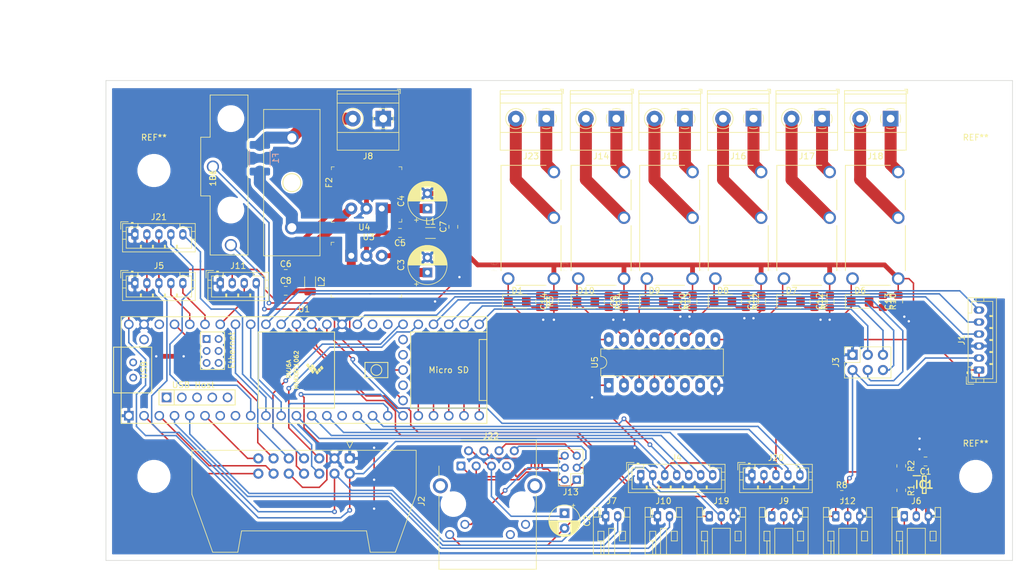
<source format=kicad_pcb>
(kicad_pcb (version 20171130) (host pcbnew "(5.1.10)-1")
  (layers (0 F.Cu signal) (31 B.Cu signal) (34 B.Paste user) (35 F.Paste user) (36 B.SilkS user) (37 F.SilkS user) (38 B.Mask user) (39 F.Mask user) (44 Edge.Cuts user))
  (net 0 "")
  (net 1 GND)
  (net 2 +5V)
  (net 3 ESP_EN)
  (net 4 "Net-(C3-Pad1)")
  (net 5 "Net-(C5-Pad1)")
  (net 6 "Net-(C6-Pad2)")
  (net 7 +3V3)
  (net 8 "Net-(D6-Pad2)")
  (net 9 "Net-(D6-Pad1)")
  (net 10 "Net-(D7-Pad1)")
  (net 11 "Net-(D7-Pad2)")
  (net 12 "Net-(D8-Pad2)")
  (net 13 "Net-(D8-Pad1)")
  (net 14 "Net-(D9-Pad1)")
  (net 15 "Net-(D9-Pad2)")
  (net 16 "Net-(D10-Pad2)")
  (net 17 "Net-(D10-Pad1)")
  (net 18 "Net-(F1-Pad2)")
  (net 19 "Net-(IC1-Pad1)")
  (net 20 "Net-(IC1-Pad3)")
  (net 21 LCD_DC)
  (net 22 LCD_MISO)
  (net 23 LCD_MOSI)
  (net 24 LCD_CS)
  (net 25 LCD_SCLK)
  (net 26 LCD_BackLight)
  (net 27 TOUCH_SDA)
  (net 28 TOUCH_SCL)
  (net 29 TOUCH_INT)
  (net 30 DISP_RST)
  (net 31 EXT_IO4)
  (net 32 EXT_IO2)
  (net 33 EXT_TX)
  (net 34 EXT_SCK)
  (net 35 EXT_MOSI)
  (net 36 EXT_SCL)
  (net 37 EXT_IO3)
  (net 38 EXT_IO1)
  (net 39 EXT_RX)
  (net 40 EXT_CS)
  (net 41 EXT_MISO)
  (net 42 EXT_SDA)
  (net 43 ACID_LEVEL)
  (net 44 /Temp)
  (net 45 CHLORINE_LEVEL)
  (net 46 "Net-(J14-Pad1)")
  (net 47 "Net-(J14-Pad2)")
  (net 48 "Net-(J15-Pad2)")
  (net 49 "Net-(J15-Pad1)")
  (net 50 "Net-(J16-Pad1)")
  (net 51 "Net-(J16-Pad2)")
  (net 52 "Net-(J17-Pad2)")
  (net 53 "Net-(J17-Pad1)")
  (net 54 "Net-(J18-Pad1)")
  (net 55 "Net-(J18-Pad2)")
  (net 56 flood)
  (net 57 Pressure)
  (net 58 ESP_BOOT)
  (net 59 ESP_TX)
  (net 60 ESP_RX)
  (net 61 Relay5)
  (net 62 Relay4)
  (net 63 Relay3)
  (net 64 Relay2)
  (net 65 Relay1)
  (net 66 Probe_RST)
  (net 67 Probe_SDA)
  (net 68 Probe_SCL)
  (net 69 "Net-(B1-Pad2)")
  (net 70 "Net-(B1-Pad1)")
  (net 71 "Net-(C2-Pad2)")
  (net 72 "Net-(C2-Pad1)")
  (net 73 "Net-(J13-Pad4)")
  (net 74 /RX+)
  (net 75 /RX-)
  (net 76 /TX-)
  (net 77 /TX+)
  (net 78 "Net-(J23-Pad2)")
  (net 79 "Net-(J23-Pad1)")
  (net 80 "Net-(D1-Pad2)")
  (net 81 "Net-(D1-Pad1)")
  (module Connector_PinHeader_2.00mm:PinHeader_2x03_P2.00mm_Vertical (layer F.Cu) (at 105.156 95.758 180)
    (fp_text reference J13 (at 1 -2.06) (layer F.SilkS))
    (fp_text value Eth)
    (pad 6 thru_hole oval (at 2 4 180) (size 1.35 1.35) (drill 0.8) (layers *.Cu *.Mask) (net 74 /RX+))
    (pad 5 thru_hole oval (at 0 4 180) (size 1.35 1.35) (drill 0.8) (layers *.Cu *.Mask) (net 75 /RX-))
    (pad 4 thru_hole oval (at 2 2 180) (size 1.35 1.35) (drill 0.8) (layers *.Cu *.Mask) (net 73 "Net-(J13-Pad4)"))
    (pad 3 thru_hole oval (at 0 2 180) (size 1.35 1.35) (drill 0.8) (layers *.Cu *.Mask) (net 71 "Net-(C2-Pad2)"))
    (pad 2 thru_hole oval (at 2 0 180) (size 1.35 1.35) (drill 0.8) (layers *.Cu *.Mask) (net 76 /TX-))
    (pad 1 thru_hole rect (at 0 0 180) (size 1.35 1.35) (drill 0.8) (layers *.Cu *.Mask) (net 77 /TX+))
  )
  (module Resistor_SMD:R_0805_2012Metric_Pad1.20x1.40mm_HandSolder (layer F.Cu) (at 99.06 66.04 270)
    (fp_text reference R3 (at 0 -1.65 90) (layer F.SilkS))
    (fp_text value 180)
    (pad 2 smd roundrect (at 1 0 270) (size 1.2 1.4) (layers F.Cu F.Paste F.Mask) (roundrect_rratio 0.208333) (net 80 "Net-(D1-Pad2)"))
    (pad 1 smd roundrect (at -1 0 270) (size 1.2 1.4) (layers F.Cu F.Paste F.Mask) (roundrect_rratio 0.208333) (net 2 +5V))
  )
  (module LED_SMD:LED_1206_3216Metric_Pad1.42x1.75mm_HandSolder (layer F.Cu) (at 95.25 66.04)
    (fp_text reference D1 (at 0 -1.82) (layer F.SilkS))
    (fp_text value LED)
    (pad 2 smd roundrect (at 1.4875 0) (size 1.425 1.75) (layers F.Cu F.Paste F.Mask) (roundrect_rratio 0.175439) (net 80 "Net-(D1-Pad2)"))
    (pad 1 smd roundrect (at -1.4875 0) (size 1.425 1.75) (layers F.Cu F.Paste F.Mask) (roundrect_rratio 0.175439) (net 81 "Net-(D1-Pad1)"))
  )
  (module snapeda:RELAY_ALQ305 (layer F.Cu) (at 97.536 53.34 90)
    (fp_text reference K6 (at -6.825 -6.135 90) (layer F.SilkS) (effects (font (thickness 0.015))))
    (fp_text value ALQ305)
    (pad C2 thru_hole circle (at -8.89 -3.81 90) (size 2.1 2.1) (drill 1.4) (layers *.Cu *.Mask) (net 81 "Net-(D1-Pad1)"))
    (pad NO thru_hole circle (at 8.89 3.81 90) (size 2.1 2.1) (drill 1.4) (layers *.Cu *.Mask) (net 79 "Net-(J23-Pad1)"))
    (pad COM thru_hole circle (at 1.27 3.81 90) (size 2.1 2.1) (drill 1.4) (layers *.Cu *.Mask) (net 78 "Net-(J23-Pad2)"))
    (pad C1 thru_hole circle (at -8.89 3.81 90) (size 2.1 2.1) (drill 1.4) (layers *.Cu *.Mask) (net 2 +5V))
  )
  (module TerminalBlock_Phoenix:TerminalBlock_Phoenix_MKDS-1,5-2-5.08_1x02_P5.08mm_Horizontal (layer F.Cu) (at 100.076 35.56 180)
    (fp_text reference J23 (at 2.54 -6.26) (layer F.SilkS))
    (fp_text value Relay_Ext)
    (pad 2 thru_hole circle (at 5.08 0 180) (size 2.6 2.6) (drill 1.3) (layers *.Cu *.Mask) (net 78 "Net-(J23-Pad2)"))
    (pad 1 thru_hole rect (at 0 0 180) (size 2.6 2.6) (drill 1.3) (layers *.Cu *.Mask) (net 79 "Net-(J23-Pad1)"))
  )
  (module Capacitor_SMD:C_0805_2012Metric_Pad1.18x1.45mm_HandSolder (layer F.Cu) (at 101.346 66.0185 90)
    (fp_text reference C14 (at 0 -1.68 90) (layer F.SilkS))
    (fp_text value 4.7uF)
    (pad 2 smd roundrect (at 1.0375 0 90) (size 1.175 1.45) (layers F.Cu F.Paste F.Mask) (roundrect_rratio 0.212766) (net 2 +5V))
    (pad 1 smd roundrect (at -1.0375 0 90) (size 1.175 1.45) (layers F.Cu F.Paste F.Mask) (roundrect_rratio 0.212766) (net 1 GND))
  )
  (module Connector_RJ:RJ45_Cetus_J1B1211CCD_Horizontal (layer F.Cu) (at 85.852 93.472)
    (fp_text reference J22 (at 5 -5) (layer F.SilkS))
    (fp_text value J1B1211CCD)
    (pad 11 thru_hole circle (at 8.23 11.43) (size 1.5 1.5) (drill 1.02) (layers *.Cu *.Mask))
    (pad 12 thru_hole circle (at 10.77 9.73) (size 1.5 1.5) (drill 1.02) (layers *.Cu *.Mask))
    (pad 10 thru_hole circle (at 0.66 9.73) (size 1.5 1.5) (drill 1.02) (layers *.Cu *.Mask) (net 73 "Net-(J13-Pad4)"))
    (pad 9 thru_hole circle (at -1.88 11.43) (size 1.5 1.5) (drill 1.02) (layers *.Cu *.Mask) (net 71 "Net-(C2-Pad2)"))
    (pad 13 thru_hole circle (at 12.32 3.3) (size 2.5 2.5) (drill 1.6) (layers *.Cu *.Mask))
    (pad 8 thru_hole circle (at 8.89 -2.54) (size 1.5 1.5) (drill 0.9) (layers *.Cu *.Mask) (net 71 "Net-(C2-Pad2)"))
    (pad 14 thru_hole circle (at -3.43 3.3) (size 2.5 2.5) (drill 1.6) (layers *.Cu *.Mask))
    (pad 7 thru_hole circle (at 7.62 0) (size 1.5 1.5) (drill 0.9) (layers *.Cu *.Mask))
    (pad 6 thru_hole circle (at 6.35 -2.54) (size 1.5 1.5) (drill 0.9) (layers *.Cu *.Mask) (net 75 /RX-))
    (pad 5 thru_hole circle (at 5.08 0) (size 1.5 1.5) (drill 0.9) (layers *.Cu *.Mask) (net 72 "Net-(C2-Pad1)"))
    (pad 4 thru_hole circle (at 3.81 -2.54) (size 1.5 1.5) (drill 0.9) (layers *.Cu *.Mask) (net 74 /RX+))
    (pad 3 thru_hole circle (at 2.54 0) (size 1.5 1.5) (drill 0.9) (layers *.Cu *.Mask) (net 76 /TX-))
    (pad 2 thru_hole circle (at 1.27 -2.54) (size 1.5 1.5) (drill 0.9) (layers *.Cu *.Mask) (net 72 "Net-(C2-Pad1)"))
    (pad 1 thru_hole roundrect (at 0 0) (size 1.5 1.5) (drill 0.9) (layers *.Cu *.Mask) (roundrect_rratio 0.167) (net 77 /TX+))
    (pad "" np_thru_hole circle (at -1.27 6.35) (size 3.25 3.25) (drill 3.25) (layers *.Cu *.Mask))
    (pad "" np_thru_hole circle (at 10.16 6.35) (size 3.25 3.25) (drill 3.25) (layers *.Cu *.Mask))
  )
  (module Capacitor_THT:CP_Radial_D5.0mm_P2.50mm (layer F.Cu) (at 103.124 101.346 270)
    (fp_text reference C2 (at 1.25 -3.75 90) (layer F.SilkS))
    (fp_text value 0.1uF)
    (pad 2 thru_hole circle (at 2.5 0 270) (size 1.6 1.6) (drill 0.8) (layers *.Cu *.Mask) (net 71 "Net-(C2-Pad2)"))
    (pad 1 thru_hole rect (at 0 0 270) (size 1.6 1.6) (drill 0.8) (layers *.Cu *.Mask) (net 72 "Net-(C2-Pad1)"))
  )
  (module lib_divers:Fuse-PTF75_Stelvio (layer F.Cu) (at 62.358 46.228 270)
    (fp_text reference F2 (at 0 -1.5 90) (layer F.SilkS))
    (fp_text value Fuse_Small)
    (pad "" np_thru_hole circle (at 0 4.7 270) (size 2.6 2.6) (drill 2.6) (layers *.Cu *.Mask))
    (pad 2 thru_hole circle (at 7.5 4.7 270) (size 2.3 2.3) (drill 1.5) (layers *.Cu *.Mask) (net 4 "Net-(C3-Pad1)"))
    (pad 1 thru_hole circle (at -7.5 4.7 270) (size 2.3 2.3) (drill 1.5) (layers *.Cu *.Mask) (net 18 "Net-(F1-Pad2)"))
  )
  (module snapeda:1065 (layer F.Cu) (at 44.5008 43.561 270)
    (fp_text reference B1 (at 1.397 0 90) (layer F.SilkS))
    (fp_text value 1065 (at 1.397 0 90) (layer F.SilkS))
    (fp_text user * (at 0 0 90) (layer F.SilkS))
    (pad 4 np_thru_hole circle (at 7.239 -2.9972 270) (size 3.4544 3.4544) (drill 3.4544) (layers *.Cu *.Mask))
    (pad 3 np_thru_hole circle (at -8.001 -2.9972 270) (size 3.4544 3.4544) (drill 3.4544) (layers *.Cu *.Mask))
    (pad 2 thru_hole circle (at 13.081 -2.9972 270) (size 2.032 2.032) (drill 1.524) (layers *.Cu *.Mask) (net 69 "Net-(B1-Pad2)"))
    (pad 1 thru_hole circle (at 0 0 270) (size 2.032 2.032) (drill 1.524) (layers *.Cu *.Mask) (net 70 "Net-(B1-Pad1)"))
  )
  (module Connector_JST:JST_PH_B5B-PH-K_1x05_P2.00mm_Vertical (layer F.Cu) (at 31.496 54.864)
    (fp_text reference J21 (at 4 -2.9) (layer F.SilkS))
    (fp_text value EXT_UART)
    (pad 5 thru_hole oval (at 8 0) (size 1.2 1.75) (drill 0.75) (layers *.Cu *.Mask) (net 33 EXT_TX))
    (pad 4 thru_hole oval (at 6 0) (size 1.2 1.75) (drill 0.75) (layers *.Cu *.Mask) (net 39 EXT_RX))
    (pad 3 thru_hole oval (at 4 0) (size 1.2 1.75) (drill 0.75) (layers *.Cu *.Mask) (net 7 +3V3))
    (pad 2 thru_hole oval (at 2 0) (size 1.2 1.75) (drill 0.75) (layers *.Cu *.Mask) (net 2 +5V))
    (pad 1 thru_hole roundrect (at 0 0) (size 1.2 1.75) (drill 0.75) (layers *.Cu *.Mask) (roundrect_rratio 0.2083325) (net 1 GND))
  )
  (module Connector_JST:JST_PH_B5B-PH-K_1x05_P2.00mm_Vertical (layer F.Cu) (at 134.366 94.996)
    (fp_text reference J20 (at 4 -2.9) (layer F.SilkS))
    (fp_text value EXT_I2C)
    (pad 5 thru_hole oval (at 8 0) (size 1.2 1.75) (drill 0.75) (layers *.Cu *.Mask) (net 42 EXT_SDA))
    (pad 4 thru_hole oval (at 6 0) (size 1.2 1.75) (drill 0.75) (layers *.Cu *.Mask) (net 36 EXT_SCL))
    (pad 3 thru_hole oval (at 4 0) (size 1.2 1.75) (drill 0.75) (layers *.Cu *.Mask) (net 2 +5V))
    (pad 2 thru_hole oval (at 2 0) (size 1.2 1.75) (drill 0.75) (layers *.Cu *.Mask) (net 7 +3V3))
    (pad 1 thru_hole roundrect (at 0 0) (size 1.2 1.75) (drill 0.75) (layers *.Cu *.Mask) (roundrect_rratio 0.2083325) (net 1 GND))
  )
  (module Connector_JST:JST_PH_B4B-PH-K_1x04_P2.00mm_Vertical (layer F.Cu) (at 45.72 62.992)
    (fp_text reference J11 (at 3 -2.9) (layer F.SilkS))
    (fp_text value EXT_2)
    (pad 4 thru_hole oval (at 6 0) (size 1.2 1.75) (drill 0.75) (layers *.Cu *.Mask) (net 31 EXT_IO4))
    (pad 3 thru_hole oval (at 4 0) (size 1.2 1.75) (drill 0.75) (layers *.Cu *.Mask) (net 37 EXT_IO3))
    (pad 2 thru_hole oval (at 2 0) (size 1.2 1.75) (drill 0.75) (layers *.Cu *.Mask) (net 7 +3V3))
    (pad 1 thru_hole roundrect (at 0 0) (size 1.2 1.75) (drill 0.75) (layers *.Cu *.Mask) (roundrect_rratio 0.2083325) (net 1 GND))
  )
  (module Connector_JST:JST_PH_B5B-PH-K_1x05_P2.00mm_Vertical (layer F.Cu) (at 31.496 62.992)
    (fp_text reference J5 (at 4 -2.9) (layer F.SilkS))
    (fp_text value EXT_1)
    (pad 5 thru_hole oval (at 8 0) (size 1.2 1.75) (drill 0.75) (layers *.Cu *.Mask) (net 32 EXT_IO2))
    (pad 4 thru_hole oval (at 6 0) (size 1.2 1.75) (drill 0.75) (layers *.Cu *.Mask) (net 38 EXT_IO1))
    (pad 3 thru_hole oval (at 4 0) (size 1.2 1.75) (drill 0.75) (layers *.Cu *.Mask) (net 7 +3V3))
    (pad 2 thru_hole oval (at 2 0) (size 1.2 1.75) (drill 0.75) (layers *.Cu *.Mask) (net 2 +5V))
    (pad 1 thru_hole roundrect (at 0 0) (size 1.2 1.75) (drill 0.75) (layers *.Cu *.Mask) (roundrect_rratio 0.2083325) (net 1 GND))
  )
  (module Connector_JST:JST_PH_B7B-PH-K_1x07_P2.00mm_Vertical (layer F.Cu) (at 115.824 94.996)
    (fp_text reference J4 (at 6 -2.9) (layer F.SilkS))
    (fp_text value EXT_SPI)
    (pad 7 thru_hole oval (at 12 0) (size 1.2 1.75) (drill 0.75) (layers *.Cu *.Mask) (net 41 EXT_MISO))
    (pad 6 thru_hole oval (at 10 0) (size 1.2 1.75) (drill 0.75) (layers *.Cu *.Mask) (net 35 EXT_MOSI))
    (pad 5 thru_hole oval (at 8 0) (size 1.2 1.75) (drill 0.75) (layers *.Cu *.Mask) (net 40 EXT_CS))
    (pad 4 thru_hole oval (at 6 0) (size 1.2 1.75) (drill 0.75) (layers *.Cu *.Mask) (net 34 EXT_SCK))
    (pad 3 thru_hole oval (at 4 0) (size 1.2 1.75) (drill 0.75) (layers *.Cu *.Mask) (net 2 +5V))
    (pad 2 thru_hole oval (at 2 0) (size 1.2 1.75) (drill 0.75) (layers *.Cu *.Mask) (net 7 +3V3))
    (pad 1 thru_hole roundrect (at 0 0) (size 1.2 1.75) (drill 0.75) (layers *.Cu *.Mask) (roundrect_rratio 0.2083325) (net 1 GND))
  )
  (module Connector_PinSocket_2.54mm:PinSocket_2x03_P2.54mm_Vertical (layer F.Cu) (at 151.13 74.93 90)
    (fp_text reference J3 (at -1.27 -2.77 90) (layer F.SilkS))
    (fp_text value ESP32)
    (pad 6 thru_hole oval (at -2.54 5.08 90) (size 1.7 1.7) (drill 1) (layers *.Cu *.Mask) (net 59 ESP_TX))
    (pad 5 thru_hole oval (at 0 5.08 90) (size 1.7 1.7) (drill 1) (layers *.Cu *.Mask) (net 60 ESP_RX))
    (pad 4 thru_hole oval (at -2.54 2.54 90) (size 1.7 1.7) (drill 1) (layers *.Cu *.Mask) (net 3 ESP_EN))
    (pad 3 thru_hole oval (at 0 2.54 90) (size 1.7 1.7) (drill 1) (layers *.Cu *.Mask) (net 58 ESP_BOOT))
    (pad 2 thru_hole oval (at -2.54 0 90) (size 1.7 1.7) (drill 1) (layers *.Cu *.Mask) (net 7 +3V3))
    (pad 1 thru_hole rect (at 0 0 90) (size 1.7 1.7) (drill 1) (layers *.Cu *.Mask) (net 1 GND))
  )
  (module Connector_IDC:IDC-Header_2x07_P2.54mm_Latch_Horizontal (layer F.Cu) (at 67.31 92.202 270)
    (fp_text reference J2 (at 7.145 -11.97 90) (layer F.SilkS))
    (fp_text value Display)
    (pad 14 thru_hole circle (at 2.54 15.24 270) (size 1.7 1.7) (drill 1) (layers *.Cu *.Mask) (net 24 LCD_CS))
    (pad 12 thru_hole circle (at 2.54 12.7 270) (size 1.7 1.7) (drill 1) (layers *.Cu *.Mask) (net 22 LCD_MISO))
    (pad 10 thru_hole circle (at 2.54 10.16 270) (size 1.7 1.7) (drill 1) (layers *.Cu *.Mask) (net 25 LCD_SCLK))
    (pad 8 thru_hole circle (at 2.54 7.62 270) (size 1.7 1.7) (drill 1) (layers *.Cu *.Mask) (net 21 LCD_DC))
    (pad 6 thru_hole circle (at 2.54 5.08 270) (size 1.7 1.7) (drill 1) (layers *.Cu *.Mask) (net 23 LCD_MOSI))
    (pad 4 thru_hole circle (at 2.54 2.54 270) (size 1.7 1.7) (drill 1) (layers *.Cu *.Mask) (net 7 +3V3))
    (pad 2 thru_hole circle (at 2.54 0 270) (size 1.7 1.7) (drill 1) (layers *.Cu *.Mask) (net 2 +5V))
    (pad 13 thru_hole circle (at 0 15.24 270) (size 1.7 1.7) (drill 1) (layers *.Cu *.Mask) (net 30 DISP_RST))
    (pad 11 thru_hole circle (at 0 12.7 270) (size 1.7 1.7) (drill 1) (layers *.Cu *.Mask) (net 29 TOUCH_INT))
    (pad 9 thru_hole circle (at 0 10.16 270) (size 1.7 1.7) (drill 1) (layers *.Cu *.Mask) (net 28 TOUCH_SCL))
    (pad 7 thru_hole circle (at 0 7.62 270) (size 1.7 1.7) (drill 1) (layers *.Cu *.Mask) (net 27 TOUCH_SDA))
    (pad 5 thru_hole circle (at 0 5.08 270) (size 1.7 1.7) (drill 1) (layers *.Cu *.Mask) (net 26 LCD_BackLight))
    (pad 3 thru_hole circle (at 0 2.54 270) (size 1.7 1.7) (drill 1) (layers *.Cu *.Mask) (net 1 GND))
    (pad 1 thru_hole roundrect (at 0 0 270) (size 1.7 1.7) (drill 1) (layers *.Cu *.Mask) (roundrect_rratio 0.1470588235294118) (net 1 GND))
  )
  (module teensy:Teensy41 (layer F.Cu) (at 59.69 77.47)
    (fp_text reference U1 (at 0 -10.16) (layer F.SilkS))
    (fp_text value Teensy4.1)
    (fp_text user DVJ6A (at -2.54 -0.18 -90) (layer F.SilkS) (effects (font (size 0.7 0.7))))
    (fp_text user MIMXRT1062 (at -1.27 0 -90) (layer F.SilkS) (effects (font (size 0.7 0.7))))
    (fp_text user "Micro SD" (at 24.13 0) (layer F.SilkS))
    (fp_text user USB (at -26.67 0 270) (layer F.SilkS))
    (fp_text user Ethernet (at -12.065 -3.2766 90) (layer F.SilkS))
    (fp_text user "USB Host" (at -18.4658 2.4892) (layer F.SilkS))
    (pad 49 thru_hole circle (at -26.67 -5.08) (size 1.6 1.6) (drill 1.1) (layers *.Cu *.Mask))
    (pad 59 thru_hole circle (at -12.7508 4.5692) (size 1.6 1.6) (drill 1.1) (layers *.Cu *.Mask))
    (pad 58 thru_hole circle (at -15.2908 4.5692) (size 1.6 1.6) (drill 1.1) (layers *.Cu *.Mask))
    (pad 57 thru_hole circle (at -17.8308 4.5692) (size 1.6 1.6) (drill 1.1) (layers *.Cu *.Mask))
    (pad 56 thru_hole circle (at -20.3708 4.5692) (size 1.6 1.6) (drill 1.1) (layers *.Cu *.Mask))
    (pad 55 thru_hole rect (at -22.9108 4.5692) (size 1.6 1.6) (drill 1.1) (layers *.Cu *.Mask))
    (pad 48 thru_hole circle (at -29.21 -7.62) (size 1.6 1.6) (drill 1.1) (layers *.Cu *.Mask) (net 2 +5V))
    (pad 47 thru_hole circle (at -26.67 -7.62) (size 1.6 1.6) (drill 1.1) (layers *.Cu *.Mask) (net 1 GND))
    (pad 46 thru_hole circle (at -24.13 -7.62) (size 1.6 1.6) (drill 1.1) (layers *.Cu *.Mask))
    (pad 45 thru_hole circle (at -21.59 -7.62) (size 1.6 1.6) (drill 1.1) (layers *.Cu *.Mask) (net 29 TOUCH_INT))
    (pad 44 thru_hole circle (at -19.05 -7.62) (size 1.6 1.6) (drill 1.1) (layers *.Cu *.Mask) (net 38 EXT_IO1))
    (pad 43 thru_hole circle (at -16.51 -7.62) (size 1.6 1.6) (drill 1.1) (layers *.Cu *.Mask) (net 32 EXT_IO2))
    (pad 42 thru_hole circle (at -13.97 -7.62) (size 1.6 1.6) (drill 1.1) (layers *.Cu *.Mask) (net 37 EXT_IO3))
    (pad 41 thru_hole circle (at -11.43 -7.62) (size 1.6 1.6) (drill 1.1) (layers *.Cu *.Mask) (net 28 TOUCH_SCL))
    (pad 40 thru_hole circle (at -8.89 -7.62) (size 1.6 1.6) (drill 1.1) (layers *.Cu *.Mask) (net 27 TOUCH_SDA))
    (pad 39 thru_hole circle (at -6.35 -7.62) (size 1.6 1.6) (drill 1.1) (layers *.Cu *.Mask) (net 67 Probe_SDA))
    (pad 38 thru_hole circle (at -3.81 -7.62) (size 1.6 1.6) (drill 1.1) (layers *.Cu *.Mask) (net 68 Probe_SCL))
    (pad 37 thru_hole circle (at -1.27 -7.62) (size 1.6 1.6) (drill 1.1) (layers *.Cu *.Mask) (net 56 flood))
    (pad 36 thru_hole circle (at 1.27 -7.62) (size 1.6 1.6) (drill 1.1) (layers *.Cu *.Mask) (net 57 Pressure))
    (pad 35 thru_hole circle (at 3.81 -7.62) (size 1.6 1.6) (drill 1.1) (layers *.Cu *.Mask) (net 34 EXT_SCK))
    (pad 1 thru_hole rect (at -29.21 7.62) (size 1.6 1.6) (drill 1.1) (layers *.Cu *.Mask) (net 1 GND))
    (pad 2 thru_hole circle (at -26.67 7.62) (size 1.6 1.6) (drill 1.1) (layers *.Cu *.Mask) (net 24 LCD_CS))
    (pad 3 thru_hole circle (at -24.13 7.62) (size 1.6 1.6) (drill 1.1) (layers *.Cu *.Mask) (net 22 LCD_MISO))
    (pad 4 thru_hole circle (at -21.59 7.62) (size 1.6 1.6) (drill 1.1) (layers *.Cu *.Mask) (net 45 CHLORINE_LEVEL))
    (pad 5 thru_hole circle (at -19.05 7.62) (size 1.6 1.6) (drill 1.1) (layers *.Cu *.Mask) (net 43 ACID_LEVEL))
    (pad 6 thru_hole circle (at -16.51 7.62) (size 1.6 1.6) (drill 1.1) (layers *.Cu *.Mask) (net 30 DISP_RST))
    (pad 7 thru_hole circle (at -13.97 7.62) (size 1.6 1.6) (drill 1.1) (layers *.Cu *.Mask))
    (pad 8 thru_hole circle (at -11.43 7.62) (size 1.6 1.6) (drill 1.1) (layers *.Cu *.Mask))
    (pad 9 thru_hole circle (at -8.89 7.62) (size 1.6 1.6) (drill 1.1) (layers *.Cu *.Mask) (net 39 EXT_RX))
    (pad 10 thru_hole circle (at -6.35 7.62) (size 1.6 1.6) (drill 1.1) (layers *.Cu *.Mask) (net 33 EXT_TX))
    (pad 11 thru_hole circle (at -3.81 7.62) (size 1.6 1.6) (drill 1.1) (layers *.Cu *.Mask) (net 31 EXT_IO4))
    (pad 12 thru_hole circle (at -1.27 7.62) (size 1.6 1.6) (drill 1.1) (layers *.Cu *.Mask) (net 40 EXT_CS))
    (pad 13 thru_hole circle (at 1.27 7.62) (size 1.6 1.6) (drill 1.1) (layers *.Cu *.Mask) (net 35 EXT_MOSI))
    (pad 34 thru_hole circle (at 6.35 -7.62) (size 1.6 1.6) (drill 1.1) (layers *.Cu *.Mask) (net 1 GND))
    (pad 33 thru_hole circle (at 8.89 -7.62) (size 1.6 1.6) (drill 1.1) (layers *.Cu *.Mask) (net 66 Probe_RST))
    (pad 32 thru_hole circle (at 11.43 -7.62) (size 1.6 1.6) (drill 1.1) (layers *.Cu *.Mask))
    (pad 31 thru_hole circle (at 13.97 -7.62) (size 1.6 1.6) (drill 1.1) (layers *.Cu *.Mask))
    (pad 30 thru_hole circle (at 16.51 -7.62) (size 1.6 1.6) (drill 1.1) (layers *.Cu *.Mask) (net 21 LCD_DC))
    (pad 29 thru_hole circle (at 19.05 -7.62) (size 1.6 1.6) (drill 1.1) (layers *.Cu *.Mask) (net 26 LCD_BackLight))
    (pad 28 thru_hole circle (at 21.59 -7.62) (size 1.6 1.6) (drill 1.1) (layers *.Cu *.Mask) (net 3 ESP_EN))
    (pad 27 thru_hole circle (at 24.13 -7.62) (size 1.6 1.6) (drill 1.1) (layers *.Cu *.Mask) (net 59 ESP_TX))
    (pad 26 thru_hole circle (at 26.67 -7.62) (size 1.6 1.6) (drill 1.1) (layers *.Cu *.Mask) (net 60 ESP_RX))
    (pad 25 thru_hole circle (at 29.21 -7.62) (size 1.6 1.6) (drill 1.1) (layers *.Cu *.Mask) (net 58 ESP_BOOT))
    (pad 24 thru_hole circle (at 29.21 7.62) (size 1.6 1.6) (drill 1.1) (layers *.Cu *.Mask) (net 61 Relay5))
    (pad 23 thru_hole circle (at 26.67 7.62) (size 1.6 1.6) (drill 1.1) (layers *.Cu *.Mask) (net 62 Relay4))
    (pad 22 thru_hole circle (at 24.13 7.62) (size 1.6 1.6) (drill 1.1) (layers *.Cu *.Mask) (net 63 Relay3))
    (pad 21 thru_hole circle (at 21.59 7.62) (size 1.6 1.6) (drill 1.1) (layers *.Cu *.Mask) (net 64 Relay2))
    (pad 14 thru_hole circle (at 3.81 7.62) (size 1.6 1.6) (drill 1.1) (layers *.Cu *.Mask) (net 41 EXT_MISO))
    (pad 15 thru_hole circle (at 6.35 7.62) (size 1.6 1.6) (drill 1.1) (layers *.Cu *.Mask))
    (pad 16 thru_hole circle (at 8.89 7.62) (size 1.6 1.6) (drill 1.1) (layers *.Cu *.Mask) (net 36 EXT_SCL))
    (pad 20 thru_hole circle (at 19.05 7.62) (size 1.6 1.6) (drill 1.1) (layers *.Cu *.Mask) (net 65 Relay1))
    (pad 19 thru_hole circle (at 16.51 7.62) (size 1.6 1.6) (drill 1.1) (layers *.Cu *.Mask) (net 25 LCD_SCLK))
    (pad 18 thru_hole circle (at 13.97 7.62) (size 1.6 1.6) (drill 1.1) (layers *.Cu *.Mask) (net 23 LCD_MOSI))
    (pad 17 thru_hole circle (at 11.43 7.62) (size 1.6 1.6) (drill 1.1) (layers *.Cu *.Mask) (net 42 EXT_SDA))
    (pad 60 thru_hole rect (at -16.24 -5.1816) (size 1.3 1.3) (drill 0.8) (layers *.Cu *.Mask))
    (pad 65 thru_hole circle (at -14.24 -5.1816) (size 1.3 1.3) (drill 0.8) (layers *.Cu *.Mask))
    (pad 61 thru_hole circle (at -16.24 -3.1816) (size 1.3 1.3) (drill 0.8) (layers *.Cu *.Mask))
    (pad 64 thru_hole circle (at -14.24 -3.1816) (size 1.3 1.3) (drill 0.8) (layers *.Cu *.Mask))
    (pad 63 thru_hole circle (at -14.24 -1.1816) (size 1.3 1.3) (drill 0.8) (layers *.Cu *.Mask))
    (pad 62 thru_hole circle (at -16.24 -1.1816) (size 1.3 1.3) (drill 0.8) (layers *.Cu *.Mask))
    (pad 50 thru_hole circle (at 16.51 5.08) (size 1.6 1.6) (drill 1.1) (layers *.Cu *.Mask) (net 69 "Net-(B1-Pad2)"))
    (pad 51 thru_hole circle (at 16.51 2.54) (size 1.6 1.6) (drill 1.1) (layers *.Cu *.Mask))
    (pad 52 thru_hole circle (at 16.51 0) (size 1.6 1.6) (drill 1.1) (layers *.Cu *.Mask) (net 70 "Net-(B1-Pad1)"))
    (pad 53 thru_hole circle (at 16.51 -2.54) (size 1.6 1.6) (drill 1.1) (layers *.Cu *.Mask))
    (pad 54 thru_hole circle (at 16.51 -5.08) (size 1.6 1.6) (drill 1.1) (layers *.Cu *.Mask))
    (pad 67 thru_hole circle (at -28.48 1.27) (size 1.3 1.3) (drill 0.8) (layers *.Cu *.Mask))
    (pad 66 thru_hole circle (at -28.48 -1.27) (size 1.3 1.3) (drill 0.8) (layers *.Cu *.Mask))
  )
  (module digikey-footprints:3-SIP_Module_V7805-1000 (layer F.Cu) (at 67.564 58.42)
    (fp_text reference U3 (at 2.91 -3.12) (layer F.SilkS))
    (fp_text value V7805-1000)
    (pad 1 thru_hole rect (at 0 0) (size 2 2) (drill 1) (layers *.Cu *.Mask) (net 4 "Net-(C3-Pad1)"))
    (pad 2 thru_hole circle (at 2.54 0) (size 2 2) (drill 1) (layers *.Cu *.Mask) (net 1 GND))
    (pad 3 thru_hole circle (at 5.08 0) (size 2 2) (drill 1) (layers *.Cu *.Mask) (net 5 "Net-(C5-Pad1)"))
  )
  (module Capacitor_SMD:C_0805_2012Metric_Pad1.18x1.45mm_HandSolder (layer F.Cu) (at 56.642 64.262)
    (fp_text reference C8 (at 0 -1.68) (layer F.SilkS))
    (fp_text value 22uF)
    (pad 2 smd roundrect (at 1.0375 0) (size 1.175 1.45) (layers F.Cu F.Paste F.Mask) (roundrect_rratio 0.2127659574468085) (net 7 +3V3))
    (pad 1 smd roundrect (at -1.0375 0) (size 1.175 1.45) (layers F.Cu F.Paste F.Mask) (roundrect_rratio 0.2127659574468085) (net 1 GND))
  )
  (module Capacitor_THT:CP_Radial_D6.3mm_P2.50mm (layer F.Cu) (at 80.264 50.546 90)
    (fp_text reference C4 (at 1.25 -4.4 90) (layer F.SilkS))
    (fp_text value 22uF)
    (pad 2 thru_hole circle (at 2.5 0 90) (size 1.6 1.6) (drill 0.8) (layers *.Cu *.Mask) (net 1 GND))
    (pad 1 thru_hole rect (at 0 0 90) (size 1.6 1.6) (drill 0.8) (layers *.Cu *.Mask) (net 4 "Net-(C3-Pad1)"))
  )
  (module snapeda:RELAY_ALQ305 (layer F.Cu) (at 143.51 53.34 90)
    (fp_text reference K4 (at -6.825 -6.135 90) (layer F.SilkS) (effects (font (thickness 0.015))))
    (fp_text value ALQ305)
    (pad C2 thru_hole circle (at -8.89 -3.81 90) (size 2.1 2.1) (drill 1.4) (layers *.Cu *.Mask) (net 10 "Net-(D7-Pad1)"))
    (pad NO thru_hole circle (at 8.89 3.81 90) (size 2.1 2.1) (drill 1.4) (layers *.Cu *.Mask) (net 53 "Net-(J17-Pad1)"))
    (pad COM thru_hole circle (at 1.27 3.81 90) (size 2.1 2.1) (drill 1.4) (layers *.Cu *.Mask) (net 52 "Net-(J17-Pad2)"))
    (pad C1 thru_hole circle (at -8.89 3.81 90) (size 2.1 2.1) (drill 1.4) (layers *.Cu *.Mask) (net 2 +5V))
  )
  (module MountingHole:MountingHole_4.5mm (layer F.Cu) (at 171.67 44.21)
    (fp_text reference REF** (at 0 -5.5) (layer F.SilkS))
    (fp_text value MountingHole_4.5mm)
    (pad 1 np_thru_hole circle (at 0 0) (size 4.5 4.5) (drill 4.5) (layers *.Cu *.Mask))
  )
  (module MountingHole:MountingHole_4.5mm (layer F.Cu) (at 34.67 44.21)
    (fp_text reference REF** (at 0 -5.5) (layer F.SilkS))
    (fp_text value MountingHole_4.5mm)
    (pad 1 np_thru_hole circle (at 0 0) (size 4.5 4.5) (drill 4.5) (layers *.Cu *.Mask))
  )
  (module MountingHole:MountingHole_4.5mm (layer F.Cu) (at 34.67 95.21)
    (fp_text reference REF** hide)
    (fp_text value MountingHole_4.5mm hide)
    (pad 1 np_thru_hole circle (at 0 0) (size 4.5 4.5) (drill 4.5) (layers *.Cu *.Mask))
  )
  (module MountingHole:MountingHole_4.5mm (layer F.Cu) (at 171.67 95.21)
    (fp_text reference REF** (at 0 -5.5) (layer F.SilkS))
    (fp_text value MountingHole_4.5mm hide)
    (pad 1 np_thru_hole circle (at 0 0) (size 4.5 4.5) (drill 4.5) (layers *.Cu *.Mask))
  )
  (module Resistor_SMD:R_0805_2012Metric_Pad1.20x1.40mm_HandSolder (layer F.Cu) (at 159.258 97.52 270)
    (fp_text reference R1 (at 0 -1.65 90) (layer F.SilkS))
    (fp_text value 6.2k)
    (pad 2 smd roundrect (at 1 0 270) (size 1.2 1.4) (layers F.Cu F.Paste F.Mask) (roundrect_rratio 0.2083325) (net 19 "Net-(IC1-Pad1)"))
    (pad 1 smd roundrect (at -1 0 270) (size 1.2 1.4) (layers F.Cu F.Paste F.Mask) (roundrect_rratio 0.2083325) (net 57 Pressure))
  )
  (module Resistor_SMD:R_0805_2012Metric_Pad1.20x1.40mm_HandSolder (layer F.Cu) (at 159.258 93.456 270)
    (fp_text reference R2 (at 0 -1.65 90) (layer F.SilkS))
    (fp_text value 12k)
    (pad 2 smd roundrect (at 1 0 270) (size 1.2 1.4) (layers F.Cu F.Paste F.Mask) (roundrect_rratio 0.2083325) (net 57 Pressure))
    (pad 1 smd roundrect (at -1 0 270) (size 1.2 1.4) (layers F.Cu F.Paste F.Mask) (roundrect_rratio 0.2083325) (net 1 GND))
  )
  (module Resistor_SMD:R_0805_2012Metric_Pad1.20x1.40mm_HandSolder (layer F.Cu) (at 149.336 98.298)
    (fp_text reference R8 (at 0 -1.65) (layer F.SilkS))
    (fp_text value 4K7)
    (pad 2 smd roundrect (at 1 0) (size 1.2 1.4) (layers F.Cu F.Paste F.Mask) (roundrect_rratio 0.2083325) (net 7 +3V3))
    (pad 1 smd roundrect (at -1 0) (size 1.2 1.4) (layers F.Cu F.Paste F.Mask) (roundrect_rratio 0.2083325) (net 44 /Temp))
  )
  (module Resistor_SMD:R_0805_2012Metric_Pad1.20x1.40mm_HandSolder (layer F.Cu) (at 156.21 66.04 270)
    (fp_text reference R10 (at 0 -1.65 90) (layer F.SilkS))
    (fp_text value 180)
    (pad 2 smd roundrect (at 1 0 270) (size 1.2 1.4) (layers F.Cu F.Paste F.Mask) (roundrect_rratio 0.2083325) (net 8 "Net-(D6-Pad2)"))
    (pad 1 smd roundrect (at -1 0 270) (size 1.2 1.4) (layers F.Cu F.Paste F.Mask) (roundrect_rratio 0.2083325) (net 2 +5V))
  )
  (module Resistor_SMD:R_0805_2012Metric_Pad1.20x1.40mm_HandSolder (layer F.Cu) (at 144.78 66.04 270)
    (fp_text reference R11 (at 0 -1.65 90) (layer F.SilkS))
    (fp_text value 180)
    (pad 2 smd roundrect (at 1 0 270) (size 1.2 1.4) (layers F.Cu F.Paste F.Mask) (roundrect_rratio 0.2083325) (net 11 "Net-(D7-Pad2)"))
    (pad 1 smd roundrect (at -1 0 270) (size 1.2 1.4) (layers F.Cu F.Paste F.Mask) (roundrect_rratio 0.2083325) (net 2 +5V))
  )
  (module Resistor_SMD:R_0805_2012Metric_Pad1.20x1.40mm_HandSolder (layer F.Cu) (at 133.35 66.04 270)
    (fp_text reference R12 (at 0 -1.65 90) (layer F.SilkS))
    (fp_text value 180)
    (pad 2 smd roundrect (at 1 0 270) (size 1.2 1.4) (layers F.Cu F.Paste F.Mask) (roundrect_rratio 0.2083325) (net 12 "Net-(D8-Pad2)"))
    (pad 1 smd roundrect (at -1 0 270) (size 1.2 1.4) (layers F.Cu F.Paste F.Mask) (roundrect_rratio 0.2083325) (net 2 +5V))
  )
  (module Resistor_SMD:R_0805_2012Metric_Pad1.20x1.40mm_HandSolder (layer F.Cu) (at 121.92 66.04 270)
    (fp_text reference R13 (at 0 -1.65 90) (layer F.SilkS))
    (fp_text value 180)
    (pad 2 smd roundrect (at 1 0 270) (size 1.2 1.4) (layers F.Cu F.Paste F.Mask) (roundrect_rratio 0.2083325) (net 15 "Net-(D9-Pad2)"))
    (pad 1 smd roundrect (at -1 0 270) (size 1.2 1.4) (layers F.Cu F.Paste F.Mask) (roundrect_rratio 0.2083325) (net 2 +5V))
  )
  (module Resistor_SMD:R_0805_2012Metric_Pad1.20x1.40mm_HandSolder (layer F.Cu) (at 110.49 66.04 270)
    (fp_text reference R14 (at 0 -1.65 90) (layer F.SilkS))
    (fp_text value 180)
    (pad 2 smd roundrect (at 1 0 270) (size 1.2 1.4) (layers F.Cu F.Paste F.Mask) (roundrect_rratio 0.2083325) (net 16 "Net-(D10-Pad2)"))
    (pad 1 smd roundrect (at -1 0 270) (size 1.2 1.4) (layers F.Cu F.Paste F.Mask) (roundrect_rratio 0.2083325) (net 2 +5V))
  )
  (module LED_SMD:LED_1206_3216Metric_Pad1.42x1.75mm_HandSolder (layer F.Cu) (at 152.4 66.04)
    (fp_text reference D6 (at 0 -1.82) (layer F.SilkS))
    (fp_text value LED)
    (pad 2 smd roundrect (at 1.4875 0) (size 1.425 1.75) (layers F.Cu F.Paste F.Mask) (roundrect_rratio 0.1754385964912281) (net 8 "Net-(D6-Pad2)"))
    (pad 1 smd roundrect (at -1.4875 0) (size 1.425 1.75) (layers F.Cu F.Paste F.Mask) (roundrect_rratio 0.1754385964912281) (net 9 "Net-(D6-Pad1)"))
  )
  (module LED_SMD:LED_1206_3216Metric_Pad1.42x1.75mm_HandSolder (layer F.Cu) (at 140.97 66.04)
    (fp_text reference D7 (at 0 -1.82) (layer F.SilkS))
    (fp_text value LED)
    (pad 2 smd roundrect (at 1.4875 0) (size 1.425 1.75) (layers F.Cu F.Paste F.Mask) (roundrect_rratio 0.1754385964912281) (net 11 "Net-(D7-Pad2)"))
    (pad 1 smd roundrect (at -1.4875 0) (size 1.425 1.75) (layers F.Cu F.Paste F.Mask) (roundrect_rratio 0.1754385964912281) (net 10 "Net-(D7-Pad1)"))
  )
  (module LED_SMD:LED_1206_3216Metric_Pad1.42x1.75mm_HandSolder (layer F.Cu) (at 129.54 66.04)
    (fp_text reference D8 (at 0 -1.82) (layer F.SilkS))
    (fp_text value LED)
    (pad 2 smd roundrect (at 1.4875 0) (size 1.425 1.75) (layers F.Cu F.Paste F.Mask) (roundrect_rratio 0.1754385964912281) (net 12 "Net-(D8-Pad2)"))
    (pad 1 smd roundrect (at -1.4875 0) (size 1.425 1.75) (layers F.Cu F.Paste F.Mask) (roundrect_rratio 0.1754385964912281) (net 13 "Net-(D8-Pad1)"))
  )
  (module LED_SMD:LED_1206_3216Metric_Pad1.42x1.75mm_HandSolder (layer F.Cu) (at 118.11 66.04)
    (fp_text reference D9 (at 0 -1.82) (layer F.SilkS))
    (fp_text value LED)
    (pad 2 smd roundrect (at 1.4875 0) (size 1.425 1.75) (layers F.Cu F.Paste F.Mask) (roundrect_rratio 0.1754385964912281) (net 15 "Net-(D9-Pad2)"))
    (pad 1 smd roundrect (at -1.4875 0) (size 1.425 1.75) (layers F.Cu F.Paste F.Mask) (roundrect_rratio 0.1754385964912281) (net 14 "Net-(D9-Pad1)"))
  )
  (module LED_SMD:LED_1206_3216Metric_Pad1.42x1.75mm_HandSolder (layer F.Cu) (at 106.68 66.04)
    (fp_text reference D10 (at 0 -1.82) (layer F.SilkS))
    (fp_text value LED)
    (pad 2 smd roundrect (at 1.4875 0) (size 1.425 1.75) (layers F.Cu F.Paste F.Mask) (roundrect_rratio 0.1754385964912281) (net 16 "Net-(D10-Pad2)"))
    (pad 1 smd roundrect (at -1.4875 0) (size 1.425 1.75) (layers F.Cu F.Paste F.Mask) (roundrect_rratio 0.1754385964912281) (net 17 "Net-(D10-Pad1)"))
  )
  (module Capacitor_SMD:C_0805_2012Metric_Pad1.18x1.45mm_HandSolder (layer F.Cu) (at 163.3005 92.71 180)
    (fp_text reference C1 (at 0 -1.68) (layer F.SilkS))
    (fp_text value 100n)
    (pad 2 smd roundrect (at 1.0375 0 180) (size 1.175 1.45) (layers F.Cu F.Paste F.Mask) (roundrect_rratio 0.2127659574468085) (net 1 GND))
    (pad 1 smd roundrect (at -1.0375 0 180) (size 1.175 1.45) (layers F.Cu F.Paste F.Mask) (roundrect_rratio 0.2127659574468085) (net 2 +5V))
  )
  (module Capacitor_SMD:C_0805_2012Metric_Pad1.18x1.45mm_HandSolder (layer F.Cu) (at 75.692 54.61 180)
    (fp_text reference C5 (at 0 -1.68) (layer F.SilkS))
    (fp_text value 22uF)
    (pad 2 smd roundrect (at 1.0375 0 180) (size 1.175 1.45) (layers F.Cu F.Paste F.Mask) (roundrect_rratio 0.2127659574468085) (net 1 GND))
    (pad 1 smd roundrect (at -1.0375 0 180) (size 1.175 1.45) (layers F.Cu F.Paste F.Mask) (roundrect_rratio 0.2127659574468085) (net 5 "Net-(C5-Pad1)"))
  )
  (module Capacitor_SMD:C_0805_2012Metric_Pad1.18x1.45mm_HandSolder (layer F.Cu) (at 56.642 61.468)
    (fp_text reference C6 (at 0 -1.68) (layer F.SilkS))
    (fp_text value 22uF)
    (pad 2 smd roundrect (at 1.0375 0) (size 1.175 1.45) (layers F.Cu F.Paste F.Mask) (roundrect_rratio 0.2127659574468085) (net 6 "Net-(C6-Pad2)"))
    (pad 1 smd roundrect (at -1.0375 0) (size 1.175 1.45) (layers F.Cu F.Paste F.Mask) (roundrect_rratio 0.2127659574468085) (net 1 GND))
  )
  (module Capacitor_SMD:C_0805_2012Metric_Pad1.18x1.45mm_HandSolder (layer F.Cu) (at 84.582 53.594 90)
    (fp_text reference C7 (at 0 -1.68 90) (layer F.SilkS))
    (fp_text value 22uF)
    (pad 2 smd roundrect (at 1.0375 0 90) (size 1.175 1.45) (layers F.Cu F.Paste F.Mask) (roundrect_rratio 0.2127659574468085) (net 1 GND))
    (pad 1 smd roundrect (at -1.0375 0 90) (size 1.175 1.45) (layers F.Cu F.Paste F.Mask) (roundrect_rratio 0.2127659574468085) (net 2 +5V))
  )
  (module Capacitor_SMD:C_0805_2012Metric_Pad1.18x1.45mm_HandSolder (layer F.Cu) (at 113.03 66.04 90)
    (fp_text reference C9 (at 0 -1.68 90) (layer F.SilkS))
    (fp_text value 4.7uF)
    (pad 2 smd roundrect (at 1.0375 0 90) (size 1.175 1.45) (layers F.Cu F.Paste F.Mask) (roundrect_rratio 0.2127659574468085) (net 2 +5V))
    (pad 1 smd roundrect (at -1.0375 0 90) (size 1.175 1.45) (layers F.Cu F.Paste F.Mask) (roundrect_rratio 0.2127659574468085) (net 1 GND))
  )
  (module Capacitor_SMD:C_0805_2012Metric_Pad1.18x1.45mm_HandSolder (layer F.Cu) (at 124.46 66.04 90)
    (fp_text reference C10 (at 0 -1.68 90) (layer F.SilkS))
    (fp_text value 4.7uF)
    (pad 2 smd roundrect (at 1.0375 0 90) (size 1.175 1.45) (layers F.Cu F.Paste F.Mask) (roundrect_rratio 0.2127659574468085) (net 2 +5V))
    (pad 1 smd roundrect (at -1.0375 0 90) (size 1.175 1.45) (layers F.Cu F.Paste F.Mask) (roundrect_rratio 0.2127659574468085) (net 1 GND))
  )
  (module Capacitor_SMD:C_0805_2012Metric_Pad1.18x1.45mm_HandSolder (layer F.Cu) (at 135.89 66.04 90)
    (fp_text reference C11 (at 0 -1.68 90) (layer F.SilkS))
    (fp_text value 4.7uF)
    (pad 2 smd roundrect (at 1.0375 0 90) (size 1.175 1.45) (layers F.Cu F.Paste F.Mask) (roundrect_rratio 0.2127659574468085) (net 2 +5V))
    (pad 1 smd roundrect (at -1.0375 0 90) (size 1.175 1.45) (layers F.Cu F.Paste F.Mask) (roundrect_rratio 0.2127659574468085) (net 1 GND))
  )
  (module Capacitor_SMD:C_0805_2012Metric_Pad1.18x1.45mm_HandSolder (layer F.Cu) (at 147.32 66.04 90)
    (fp_text reference C12 (at 0 -1.68 90) (layer F.SilkS))
    (fp_text value 4.7uF)
    (pad 2 smd roundrect (at 1.0375 0 90) (size 1.175 1.45) (layers F.Cu F.Paste F.Mask) (roundrect_rratio 0.2127659574468085) (net 2 +5V))
    (pad 1 smd roundrect (at -1.0375 0 90) (size 1.175 1.45) (layers F.Cu F.Paste F.Mask) (roundrect_rratio 0.2127659574468085) (net 1 GND))
  )
  (module Capacitor_SMD:C_0805_2012Metric_Pad1.18x1.45mm_HandSolder (layer F.Cu) (at 158.75 66.04 90)
    (fp_text reference C13 (at 0 -1.68 90) (layer F.SilkS))
    (fp_text value 4.7uF)
    (pad 2 smd roundrect (at 1.0375 0 90) (size 1.175 1.45) (layers F.Cu F.Paste F.Mask) (roundrect_rratio 0.2127659574468085) (net 2 +5V))
    (pad 1 smd roundrect (at -1.0375 0 90) (size 1.175 1.45) (layers F.Cu F.Paste F.Mask) (roundrect_rratio 0.2127659574468085) (net 1 GND))
  )
  (module Inductor_SMD:L_1206_3216Metric_Pad1.22x1.90mm_HandSolder (layer F.Cu) (at 80.772 54.61)
    (fp_text reference L1 (at 0 -1.9) (layer F.SilkS))
    (fp_text value 10uH)
    (pad 2 smd roundrect (at 1.6625 0) (size 1.225 1.9) (layers F.Cu F.Paste F.Mask) (roundrect_rratio 0.2040816326530612) (net 2 +5V))
    (pad 1 smd roundrect (at -1.6625 0) (size 1.225 1.9) (layers F.Cu F.Paste F.Mask) (roundrect_rratio 0.2040816326530612) (net 5 "Net-(C5-Pad1)"))
  )
  (module Inductor_SMD:L_1206_3216Metric_Pad1.22x1.90mm_HandSolder (layer F.Cu) (at 60.706 62.738 270)
    (fp_text reference L2 (at 0 -1.9 90) (layer F.SilkS))
    (fp_text value 10uH)
    (pad 2 smd roundrect (at 1.6625 0 270) (size 1.225 1.9) (layers F.Cu F.Paste F.Mask) (roundrect_rratio 0.2040816326530612) (net 7 +3V3))
    (pad 1 smd roundrect (at -1.6625 0 270) (size 1.225 1.9) (layers F.Cu F.Paste F.Mask) (roundrect_rratio 0.2040816326530612) (net 6 "Net-(C6-Pad2)"))
  )
  (module Package_DIP:DIP-16_W7.62mm_LongPads (layer F.Cu) (at 110.49 80.01 90)
    (fp_text reference U5 (at 3.81 -2.33 90) (layer F.SilkS))
    (fp_text value ULN2003A)
    (pad 16 thru_hole oval (at 7.62 0 90) (size 2.4 1.6) (drill 0.8) (layers *.Cu *.Mask) (net 81 "Net-(D1-Pad1)"))
    (pad 8 thru_hole oval (at 0 17.78 90) (size 2.4 1.6) (drill 0.8) (layers *.Cu *.Mask) (net 1 GND))
    (pad 15 thru_hole oval (at 7.62 2.54 90) (size 2.4 1.6) (drill 0.8) (layers *.Cu *.Mask) (net 17 "Net-(D10-Pad1)"))
    (pad 7 thru_hole oval (at 0 15.24 90) (size 2.4 1.6) (drill 0.8) (layers *.Cu *.Mask))
    (pad 14 thru_hole oval (at 7.62 5.08 90) (size 2.4 1.6) (drill 0.8) (layers *.Cu *.Mask) (net 14 "Net-(D9-Pad1)"))
    (pad 6 thru_hole oval (at 0 12.7 90) (size 2.4 1.6) (drill 0.8) (layers *.Cu *.Mask))
    (pad 13 thru_hole oval (at 7.62 7.62 90) (size 2.4 1.6) (drill 0.8) (layers *.Cu *.Mask) (net 13 "Net-(D8-Pad1)"))
    (pad 5 thru_hole oval (at 0 10.16 90) (size 2.4 1.6) (drill 0.8) (layers *.Cu *.Mask) (net 65 Relay1))
    (pad 12 thru_hole oval (at 7.62 10.16 90) (size 2.4 1.6) (drill 0.8) (layers *.Cu *.Mask) (net 10 "Net-(D7-Pad1)"))
    (pad 4 thru_hole oval (at 0 7.62 90) (size 2.4 1.6) (drill 0.8) (layers *.Cu *.Mask) (net 64 Relay2))
    (pad 11 thru_hole oval (at 7.62 12.7 90) (size 2.4 1.6) (drill 0.8) (layers *.Cu *.Mask) (net 9 "Net-(D6-Pad1)"))
    (pad 3 thru_hole oval (at 0 5.08 90) (size 2.4 1.6) (drill 0.8) (layers *.Cu *.Mask) (net 63 Relay3))
    (pad 10 thru_hole oval (at 7.62 15.24 90) (size 2.4 1.6) (drill 0.8) (layers *.Cu *.Mask))
    (pad 2 thru_hole oval (at 0 2.54 90) (size 2.4 1.6) (drill 0.8) (layers *.Cu *.Mask) (net 62 Relay4))
    (pad 9 thru_hole oval (at 7.62 17.78 90) (size 2.4 1.6) (drill 0.8) (layers *.Cu *.Mask) (net 2 +5V))
    (pad 1 thru_hole rect (at 0 0 90) (size 2.4 1.6) (drill 0.8) (layers *.Cu *.Mask) (net 61 Relay5))
  )
  (module snapeda:RELAY_ALQ305 (layer F.Cu) (at 109.22 53.34 90)
    (fp_text reference K1 (at -6.825 -6.135 90) (layer F.SilkS) (effects (font (thickness 0.015))))
    (fp_text value ALQ305)
    (pad C2 thru_hole circle (at -8.89 -3.81 90) (size 2.1 2.1) (drill 1.4) (layers *.Cu *.Mask) (net 17 "Net-(D10-Pad1)"))
    (pad NO thru_hole circle (at 8.89 3.81 90) (size 2.1 2.1) (drill 1.4) (layers *.Cu *.Mask) (net 46 "Net-(J14-Pad1)"))
    (pad COM thru_hole circle (at 1.27 3.81 90) (size 2.1 2.1) (drill 1.4) (layers *.Cu *.Mask) (net 47 "Net-(J14-Pad2)"))
    (pad C1 thru_hole circle (at -8.89 3.81 90) (size 2.1 2.1) (drill 1.4) (layers *.Cu *.Mask) (net 2 +5V))
  )
  (module snapeda:RELAY_ALQ305 (layer F.Cu) (at 120.65 53.34 90)
    (fp_text reference K2 (at -6.825 -6.135 90) (layer F.SilkS) (effects (font (thickness 0.015))))
    (fp_text value ALQ305)
    (pad C2 thru_hole circle (at -8.89 -3.81 90) (size 2.1 2.1) (drill 1.4) (layers *.Cu *.Mask) (net 14 "Net-(D9-Pad1)"))
    (pad NO thru_hole circle (at 8.89 3.81 90) (size 2.1 2.1) (drill 1.4) (layers *.Cu *.Mask) (net 49 "Net-(J15-Pad1)"))
    (pad COM thru_hole circle (at 1.27 3.81 90) (size 2.1 2.1) (drill 1.4) (layers *.Cu *.Mask) (net 48 "Net-(J15-Pad2)"))
    (pad C1 thru_hole circle (at -8.89 3.81 90) (size 2.1 2.1) (drill 1.4) (layers *.Cu *.Mask) (net 2 +5V))
  )
  (module snapeda:RELAY_ALQ305 (layer F.Cu) (at 132.08 53.34 90)
    (fp_text reference K3 (at -6.825 -6.135 90) (layer F.SilkS) (effects (font (thickness 0.015))))
    (fp_text value ALQ305)
    (pad C2 thru_hole circle (at -8.89 -3.81 90) (size 2.1 2.1) (drill 1.4) (layers *.Cu *.Mask) (net 13 "Net-(D8-Pad1)"))
    (pad NO thru_hole circle (at 8.89 3.81 90) (size 2.1 2.1) (drill 1.4) (layers *.Cu *.Mask) (net 50 "Net-(J16-Pad1)"))
    (pad COM thru_hole circle (at 1.27 3.81 90) (size 2.1 2.1) (drill 1.4) (layers *.Cu *.Mask) (net 51 "Net-(J16-Pad2)"))
    (pad C1 thru_hole circle (at -8.89 3.81 90) (size 2.1 2.1) (drill 1.4) (layers *.Cu *.Mask) (net 2 +5V))
  )
  (module snapeda:RELAY_ALQ305 (layer F.Cu) (at 154.94 53.34 90)
    (fp_text reference K5 (at -6.825 -6.135 90) (layer F.SilkS) (effects (font (thickness 0.015))))
    (fp_text value ALQ305)
    (pad C2 thru_hole circle (at -8.89 -3.81 90) (size 2.1 2.1) (drill 1.4) (layers *.Cu *.Mask) (net 9 "Net-(D6-Pad1)"))
    (pad NO thru_hole circle (at 8.89 3.81 90) (size 2.1 2.1) (drill 1.4) (layers *.Cu *.Mask) (net 54 "Net-(J18-Pad1)"))
    (pad COM thru_hole circle (at 1.27 3.81 90) (size 2.1 2.1) (drill 1.4) (layers *.Cu *.Mask) (net 55 "Net-(J18-Pad2)"))
    (pad C1 thru_hole circle (at -8.89 3.81 90) (size 2.1 2.1) (drill 1.4) (layers *.Cu *.Mask) (net 2 +5V))
  )
  (module Capacitor_THT:CP_Radial_D6.3mm_P2.50mm (layer F.Cu) (at 80.264 61.214 90)
    (fp_text reference C3 (at 1.25 -4.4 90) (layer F.SilkS))
    (fp_text value 22uF)
    (pad 2 thru_hole circle (at 2.5 0 90) (size 1.6 1.6) (drill 0.8) (layers *.Cu *.Mask) (net 1 GND))
    (pad 1 thru_hole rect (at 0 0 90) (size 1.6 1.6) (drill 0.8) (layers *.Cu *.Mask) (net 4 "Net-(C3-Pad1)"))
  )
  (module Connector_JST:JST_PH_S3B-PH-K_1x03_P2.00mm_Horizontal (layer F.Cu) (at 159.766 101.854)
    (fp_text reference J6 (at 2 -2.55) (layer F.SilkS))
    (fp_text value Pressure)
    (pad 3 thru_hole oval (at 4 0) (size 1.2 1.75) (drill 0.75) (layers *.Cu *.Mask) (net 1 GND))
    (pad 2 thru_hole oval (at 2 0) (size 1.2 1.75) (drill 0.75) (layers *.Cu *.Mask) (net 20 "Net-(IC1-Pad3)"))
    (pad 1 thru_hole roundrect (at 0 0) (size 1.2 1.75) (drill 0.75) (layers *.Cu *.Mask) (roundrect_rratio 0.2083325) (net 2 +5V))
  )
  (module Connector_JST:JST_PH_S3B-PH-K_1x03_P2.00mm_Horizontal (layer F.Cu) (at 137.668 101.854)
    (fp_text reference J9 (at 2 -2.55) (layer F.SilkS))
    (fp_text value Temp1)
    (pad 3 thru_hole oval (at 4 0) (size 1.2 1.75) (drill 0.75) (layers *.Cu *.Mask) (net 1 GND))
    (pad 2 thru_hole oval (at 2 0) (size 1.2 1.75) (drill 0.75) (layers *.Cu *.Mask) (net 7 +3V3))
    (pad 1 thru_hole roundrect (at 0 0) (size 1.2 1.75) (drill 0.75) (layers *.Cu *.Mask) (roundrect_rratio 0.2083325) (net 44 /Temp))
  )
  (module Connector_JST:JST_PH_S3B-PH-K_1x03_P2.00mm_Horizontal (layer F.Cu) (at 148.336 101.854)
    (fp_text reference J12 (at 2 -2.55) (layer F.SilkS))
    (fp_text value Temp2)
    (pad 3 thru_hole oval (at 4 0) (size 1.2 1.75) (drill 0.75) (layers *.Cu *.Mask) (net 1 GND))
    (pad 2 thru_hole oval (at 2 0) (size 1.2 1.75) (drill 0.75) (layers *.Cu *.Mask) (net 7 +3V3))
    (pad 1 thru_hole roundrect (at 0 0) (size 1.2 1.75) (drill 0.75) (layers *.Cu *.Mask) (roundrect_rratio 0.2083325) (net 44 /Temp))
  )
  (module Connector_JST:JST_PH_S3B-PH-K_1x03_P2.00mm_Horizontal (layer F.Cu) (at 127.254 101.854)
    (fp_text reference J19 (at 2 -2.55) (layer F.SilkS))
    (fp_text value "Flood sensor")
    (pad 3 thru_hole oval (at 4 0) (size 1.2 1.75) (drill 0.75) (layers *.Cu *.Mask) (net 1 GND))
    (pad 2 thru_hole oval (at 2 0) (size 1.2 1.75) (drill 0.75) (layers *.Cu *.Mask) (net 7 +3V3))
    (pad 1 thru_hole roundrect (at 0 0) (size 1.2 1.75) (drill 0.75) (layers *.Cu *.Mask) (roundrect_rratio 0.2083325) (net 56 flood))
  )
  (module Connector_JST:JST_PH_S2B-PH-K_1x02_P2.00mm_Horizontal (layer F.Cu) (at 118.618 101.854)
    (fp_text reference J10 (at 1 -2.55) (layer F.SilkS))
    (fp_text value "Chlorine Level")
    (pad 2 thru_hole oval (at 2 0) (size 1.2 1.75) (drill 0.75) (layers *.Cu *.Mask) (net 45 CHLORINE_LEVEL))
    (pad 1 thru_hole roundrect (at 0 0) (size 1.2 1.75) (drill 0.75) (layers *.Cu *.Mask) (roundrect_rratio 0.2083325) (net 1 GND))
  )
  (module Connector_JST:JST_PH_S2B-PH-K_1x02_P2.00mm_Horizontal (layer F.Cu) (at 109.982 101.854)
    (fp_text reference J7 (at 1 -2.55) (layer F.SilkS))
    (fp_text value "Acid Level")
    (pad 2 thru_hole oval (at 2 0) (size 1.2 1.75) (drill 0.75) (layers *.Cu *.Mask) (net 43 ACID_LEVEL))
    (pad 1 thru_hole roundrect (at 0 0) (size 1.2 1.75) (drill 0.75) (layers *.Cu *.Mask) (roundrect_rratio 0.2083325) (net 1 GND))
  )
  (module TerminalBlock_Phoenix:TerminalBlock_Phoenix_MKDS-1,5-2-5.08_1x02_P5.08mm_Horizontal (layer F.Cu) (at 72.898 35.56 180)
    (fp_text reference J8 (at 2.54 -6.26) (layer F.SilkS))
    (fp_text value VInput)
    (pad 2 thru_hole circle (at 5.08 0 180) (size 2.6 2.6) (drill 1.3) (layers *.Cu *.Mask) (net 18 "Net-(F1-Pad2)"))
    (pad 1 thru_hole rect (at 0 0 180) (size 2.6 2.6) (drill 1.3) (layers *.Cu *.Mask) (net 1 GND))
  )
  (module TerminalBlock_Phoenix:TerminalBlock_Phoenix_MKDS-1,5-2-5.08_1x02_P5.08mm_Horizontal (layer F.Cu) (at 157.48 35.56 180)
    (fp_text reference J18 (at 2.54 -6.26) (layer F.SilkS))
    (fp_text value Air)
    (pad 2 thru_hole circle (at 5.08 0 180) (size 2.6 2.6) (drill 1.3) (layers *.Cu *.Mask) (net 55 "Net-(J18-Pad2)"))
    (pad 1 thru_hole rect (at 0 0 180) (size 2.6 2.6) (drill 1.3) (layers *.Cu *.Mask) (net 54 "Net-(J18-Pad1)"))
  )
  (module TerminalBlock_Phoenix:TerminalBlock_Phoenix_MKDS-1,5-2-5.08_1x02_P5.08mm_Horizontal (layer F.Cu) (at 146.05 35.56 180)
    (fp_text reference J17 (at 2.54 -6.26) (layer F.SilkS))
    (fp_text value Lighting)
    (pad 2 thru_hole circle (at 5.08 0 180) (size 2.6 2.6) (drill 1.3) (layers *.Cu *.Mask) (net 52 "Net-(J17-Pad2)"))
    (pad 1 thru_hole rect (at 0 0 180) (size 2.6 2.6) (drill 1.3) (layers *.Cu *.Mask) (net 53 "Net-(J17-Pad1)"))
  )
  (module TerminalBlock_Phoenix:TerminalBlock_Phoenix_MKDS-1,5-2-5.08_1x02_P5.08mm_Horizontal (layer F.Cu) (at 134.62 35.56 180)
    (fp_text reference J16 (at 2.54 -6.26) (layer F.SilkS))
    (fp_text value "Filtration Pump")
    (pad 2 thru_hole circle (at 5.08 0 180) (size 2.6 2.6) (drill 1.3) (layers *.Cu *.Mask) (net 51 "Net-(J16-Pad2)"))
    (pad 1 thru_hole rect (at 0 0 180) (size 2.6 2.6) (drill 1.3) (layers *.Cu *.Mask) (net 50 "Net-(J16-Pad1)"))
  )
  (module TerminalBlock_Phoenix:TerminalBlock_Phoenix_MKDS-1,5-2-5.08_1x02_P5.08mm_Horizontal (layer F.Cu) (at 123.19 35.56 180)
    (fp_text reference J15 (at 2.54 -6.26) (layer F.SilkS))
    (fp_text value "Chlorine Pump")
    (pad 2 thru_hole circle (at 5.08 0 180) (size 2.6 2.6) (drill 1.3) (layers *.Cu *.Mask) (net 48 "Net-(J15-Pad2)"))
    (pad 1 thru_hole rect (at 0 0 180) (size 2.6 2.6) (drill 1.3) (layers *.Cu *.Mask) (net 49 "Net-(J15-Pad1)"))
  )
  (module TerminalBlock_Phoenix:TerminalBlock_Phoenix_MKDS-1,5-2-5.08_1x02_P5.08mm_Horizontal (layer F.Cu) (at 111.76 35.56 180)
    (fp_text reference J14 (at 2.54 -6.26) (layer F.SilkS))
    (fp_text value "Acid Pump")
    (pad 2 thru_hole circle (at 5.08 0 180) (size 2.6 2.6) (drill 1.3) (layers *.Cu *.Mask) (net 47 "Net-(J14-Pad2)"))
    (pad 1 thru_hole rect (at 0 0 180) (size 2.6 2.6) (drill 1.3) (layers *.Cu *.Mask) (net 46 "Net-(J14-Pad1)"))
  )
  (module Connector_JST:JST_PH_B6B-PH-K_1x06_P2.00mm_Vertical (layer F.Cu) (at 172.212 77.47 90)
    (fp_text reference J1 (at 5 -2.9 90) (layer F.SilkS))
    (fp_text value Probes)
    (pad 6 thru_hole oval (at 10 0 90) (size 1.2 1.75) (drill 0.75) (layers *.Cu *.Mask) (net 67 Probe_SDA))
    (pad 5 thru_hole oval (at 8 0 90) (size 1.2 1.75) (drill 0.75) (layers *.Cu *.Mask) (net 68 Probe_SCL))
    (pad 4 thru_hole oval (at 6 0 90) (size 1.2 1.75) (drill 0.75) (layers *.Cu *.Mask) (net 66 Probe_RST))
    (pad 3 thru_hole oval (at 4 0 90) (size 1.2 1.75) (drill 0.75) (layers *.Cu *.Mask) (net 1 GND))
    (pad 2 thru_hole oval (at 2 0 90) (size 1.2 1.75) (drill 0.75) (layers *.Cu *.Mask) (net 7 +3V3))
    (pad 1 thru_hole roundrect (at 0 0 90) (size 1.2 1.75) (drill 0.75) (layers *.Cu *.Mask) (roundrect_rratio 0.2083325) (net 2 +5V))
  )
  (module Fuse:Fuse_1812_4532Metric_Pad1.30x3.40mm_HandSolder (layer B.Cu) (at 52.324 42.164 90)
    (fp_text reference F1 (at 0 2.65 270) (layer B.SilkS) (effects (justify mirror)))
    (fp_text value Polyfuse)
    (pad 1 smd roundrect (at -2.225 0 90) (size 1.3 3.4) (layers B.Cu B.Paste B.Mask) (roundrect_rratio 0.1923076923076923) (net 4 "Net-(C3-Pad1)"))
    (pad 2 smd roundrect (at 2.225 0 90) (size 1.3 3.4) (layers B.Cu B.Paste B.Mask) (roundrect_rratio 0.1923076923076923) (net 18 "Net-(F1-Pad2)"))
  )
  (module SamacSys_Parts:SOT95P280X145-5N (layer F.Cu) (at 163.088 96.586)
    (fp_text reference IC1 (at 0 0) (layer F.SilkS) (effects (font (size 1.27 1.27) (thickness 0.254))))
    (fp_text value LMP7715MF hide)
    (pad 1 smd rect (at -1.25 -0.95 90) (size 0.6 1.2) (layers F.Cu F.Paste F.Mask) (net 19 "Net-(IC1-Pad1)"))
    (pad 2 smd rect (at -1.25 0 90) (size 0.6 1.2) (layers F.Cu F.Paste F.Mask) (net 1 GND))
    (pad 3 smd rect (at -1.25 0.95 90) (size 0.6 1.2) (layers F.Cu F.Paste F.Mask) (net 20 "Net-(IC1-Pad3)"))
    (pad 4 smd rect (at 1.25 0.95 90) (size 0.6 1.2) (layers F.Cu F.Paste F.Mask) (net 19 "Net-(IC1-Pad1)"))
    (pad 5 smd rect (at 1.25 -0.95 90) (size 0.6 1.2) (layers F.Cu F.Paste F.Mask) (net 2 +5V))
  )
  (module digikey-footprints:3-SIP_Module_V7803-1000 (layer F.Cu) (at 72.644 50.546 180)
    (fp_text reference U4 (at 2.91 -3.12) (layer F.SilkS))
    (fp_text value V7803-1000)
    (pad 1 thru_hole rect (at 0 0 180) (size 2 2) (drill 1) (layers *.Cu *.Mask) (net 4 "Net-(C3-Pad1)"))
    (pad 2 thru_hole circle (at 2.54 0 180) (size 2 2) (drill 1) (layers *.Cu *.Mask) (net 1 GND))
    (pad 3 thru_hole circle (at 5.08 0 180) (size 2 2) (drill 1) (layers *.Cu *.Mask) (net 6 "Net-(C6-Pad2)"))
  )
  (gr_line (start 26.67 29.21) (end 177.8 29.21) (layer Edge.Cuts) (width 0.1))
  (gr_line (start 26.67 109.22) (end 26.67 29.21) (layer Edge.Cuts) (width 0.1))
  (gr_line (start 177.8 109.22) (end 26.67 109.22) (layer Edge.Cuts) (width 0.1))
  (gr_line (start 177.8 29.21) (end 177.8 109.22) (layer Edge.Cuts) (width 0.1))
  (segment (start 162.009 92.456) (end 162.263 92.71) (width 0.25) (layer F.Cu) (net 1))
  (segment (start 159.258 92.456) (end 162.009 92.456) (width 0.25) (layer F.Cu) (net 1))
  (segment (start 163.362999 101.450999) (end 163.766 101.854) (width 0.25) (layer F.Cu) (net 1))
  (segment (start 163.362999 97.485997) (end 163.362999 101.450999) (width 0.25) (layer F.Cu) (net 1))
  (segment (start 162.463002 96.586) (end 163.362999 97.485997) (width 0.25) (layer F.Cu) (net 1))
  (segment (start 161.838 96.586) (end 162.463002 96.586) (width 0.25) (layer F.Cu) (net 1))
  (segment (start 31.496 62.992) (end 31.496 54.864) (width 0.25) (layer F.Cu) (net 1))
  (via (at 35.052 75.184) (size 0.8) (drill 0.4) (layers F.Cu B.Cu) (net 1))
  (via (at 39.624 75.184) (size 0.8) (drill 0.4) (layers F.Cu B.Cu) (net 1))
  (segment (start 35.052 75.184) (end 39.624 75.184) (width 0.8) (layer F.Cu) (net 1))
  (via (at 162.306 90.678) (size 0.8) (drill 0.4) (layers F.Cu B.Cu) (net 1))
  (segment (start 162.263 90.721) (end 162.306 90.678) (width 0.25) (layer F.Cu) (net 1))
  (segment (start 162.263 92.71) (end 162.263 90.721) (width 0.25) (layer F.Cu) (net 1))
  (via (at 114.808 90.424) (size 0.8) (drill 0.4) (layers F.Cu B.Cu) (net 1))
  (via (at 107.696 82.042) (size 0.8) (drill 0.4) (layers F.Cu B.Cu) (net 1))
  (segment (start 114.808 89.154) (end 107.696 82.042) (width 0.25) (layer F.Cu) (net 1))
  (segment (start 114.808 90.424) (end 114.808 89.154) (width 0.25) (layer F.Cu) (net 1))
  (via (at 113.03 69.088) (size 0.8) (drill 0.4) (layers F.Cu B.Cu) (net 1))
  (segment (start 113.03 67.0775) (end 113.03 69.088) (width 0.25) (layer F.Cu) (net 1))
  (via (at 123.952 68.567) (size 0.8) (drill 0.4) (layers F.Cu B.Cu) (net 1))
  (segment (start 124.46 68.059) (end 123.952 68.567) (width 0.25) (layer F.Cu) (net 1))
  (segment (start 124.46 67.0775) (end 124.46 68.059) (width 0.25) (layer F.Cu) (net 1))
  (via (at 134.62 68.834) (size 0.8) (drill 0.4) (layers F.Cu B.Cu) (net 1))
  (segment (start 135.89 67.564) (end 134.62 68.834) (width 0.25) (layer F.Cu) (net 1))
  (segment (start 135.89 67.0775) (end 135.89 67.564) (width 0.25) (layer F.Cu) (net 1))
  (via (at 147.32 69.088) (size 0.8) (drill 0.4) (layers F.Cu B.Cu) (net 1))
  (segment (start 147.32 67.0775) (end 147.32 69.088) (width 0.25) (layer F.Cu) (net 1))
  (segment (start 158.75 67.564) (end 159.766 68.58) (width 0.25) (layer F.Cu) (net 1))
  (via (at 159.766 68.58) (size 0.8) (drill 0.4) (layers F.Cu B.Cu) (net 1))
  (segment (start 158.75 67.0775) (end 158.75 67.564) (width 0.25) (layer F.Cu) (net 1))
  (via (at 133.096 68.834) (size 0.8) (drill 0.4) (layers F.Cu B.Cu) (net 1))
  (segment (start 134.62 68.834) (end 133.096 68.834) (width 0.25) (layer F.Cu) (net 1))
  (via (at 122.428 68.567) (size 0.8) (drill 0.4) (layers F.Cu B.Cu) (net 1))
  (segment (start 123.952 68.567) (end 122.428 68.567) (width 0.25) (layer F.Cu) (net 1))
  (via (at 111.252 69.088) (size 0.8) (drill 0.4) (layers F.Cu B.Cu) (net 1))
  (segment (start 113.03 69.088) (end 111.252 69.088) (width 0.25) (layer F.Cu) (net 1))
  (via (at 145.796 69.088) (size 0.8) (drill 0.4) (layers F.Cu B.Cu) (net 1))
  (segment (start 147.32 69.088) (end 145.796 69.088) (width 0.25) (layer F.Cu) (net 1))
  (via (at 160.515 69.342) (size 0.8) (drill 0.4) (layers F.Cu B.Cu) (net 1))
  (segment (start 159.766 68.593) (end 160.515 69.342) (width 0.25) (layer F.Cu) (net 1))
  (segment (start 159.766 68.58) (end 159.766 68.593) (width 0.25) (layer F.Cu) (net 1))
  (via (at 162.306 88.9) (size 0.8) (drill 0.4) (layers F.Cu B.Cu) (net 1))
  (segment (start 162.306 90.678) (end 162.306 88.9) (width 0.25) (layer F.Cu) (net 1))
  (segment (start 55.6045 61.468) (end 55.6045 64.262) (width 0.8) (layer F.Cu) (net 1))
  (segment (start 55.6045 59.7115) (end 55.626 59.69) (width 0.8) (layer F.Cu) (net 1))
  (segment (start 55.6045 61.468) (end 55.6045 59.7115) (width 0.8) (layer F.Cu) (net 1))
  (segment (start 55.626 59.69) (end 64.008 51.308) (width 0.8) (layer F.Cu) (net 1))
  (segment (start 64.008 51.308) (end 64.008 49.022) (width 0.8) (layer F.Cu) (net 1))
  (segment (start 64.008 49.022) (end 65.532 47.498) (width 0.8) (layer F.Cu) (net 1))
  (segment (start 65.532 47.498) (end 68.834 47.498) (width 0.8) (layer F.Cu) (net 1))
  (segment (start 70.104 48.768) (end 70.104 50.546) (width 0.8) (layer F.Cu) (net 1))
  (segment (start 68.834 47.498) (end 70.104 48.768) (width 0.8) (layer F.Cu) (net 1))
  (segment (start 70.104 58.42) (end 70.104 56.896) (width 0.8) (layer F.Cu) (net 1))
  (segment (start 72.39 54.61) (end 74.6545 54.61) (width 0.8) (layer F.Cu) (net 1))
  (segment (start 70.104 56.896) (end 72.39 54.61) (width 0.8) (layer F.Cu) (net 1))
  (segment (start 80.264 48.046) (end 82.844 48.046) (width 0.8) (layer F.Cu) (net 1))
  (segment (start 84.582 49.784) (end 84.582 52.5565) (width 0.8) (layer F.Cu) (net 1))
  (segment (start 82.844 48.046) (end 84.582 49.784) (width 0.8) (layer F.Cu) (net 1))
  (via (at 81.534 66.04) (size 0.8) (drill 0.4) (layers F.Cu B.Cu) (net 1))
  (segment (start 81.534 66.04) (end 85.598 61.976) (width 0.25) (layer F.Cu) (net 1))
  (via (at 85.598 61.976) (size 0.8) (drill 0.4) (layers F.Cu B.Cu) (net 1))
  (via (at 71.374 100.584) (size 0.8) (drill 0.4) (layers F.Cu B.Cu) (net 1))
  (via (at 71.374 90.424) (size 0.8) (drill 0.4) (layers F.Cu B.Cu) (net 1))
  (via (at 71.374 95.758) (size 0.8) (drill 0.4) (layers F.Cu B.Cu) (net 1))
  (segment (start 71.374 100.584) (end 71.374 95.758) (width 0.25) (layer F.Cu) (net 1))
  (segment (start 71.374 90.424) (end 71.374 95.758) (width 0.25) (layer F.Cu) (net 1))
  (segment (start 101.346 67.056) (end 101.346 69.088) (width 0.25) (layer F.Cu) (net 1))
  (via (at 101.346 69.088) (size 0.8) (drill 0.4) (layers F.Cu B.Cu) (net 1))
  (segment (start 101.346 69.088) (end 99.568 69.088) (width 0.25) (layer F.Cu) (net 1))
  (via (at 99.568 69.088) (size 0.8) (drill 0.4) (layers F.Cu B.Cu) (net 1))
  (segment (start 135.89 59.944) (end 147.066 59.944) (width 0.8) (layer F.Cu) (net 2))
  (segment (start 147.066 59.944) (end 156.464 59.944) (width 0.8) (layer F.Cu) (net 2))
  (segment (start 147.32 60.198) (end 147.066 59.944) (width 0.8) (layer F.Cu) (net 2))
  (segment (start 147.32 62.23) (end 147.32 60.198) (width 0.8) (layer F.Cu) (net 2))
  (segment (start 124.46 59.944) (end 135.89 59.944) (width 0.8) (layer F.Cu) (net 2))
  (segment (start 135.89 62.23) (end 135.89 59.944) (width 0.8) (layer F.Cu) (net 2))
  (segment (start 113.03 59.944) (end 124.46 59.944) (width 0.8) (layer F.Cu) (net 2))
  (segment (start 124.46 62.23) (end 124.46 59.944) (width 0.8) (layer F.Cu) (net 2))
  (segment (start 102.87 59.944) (end 113.03 59.944) (width 0.8) (layer F.Cu) (net 2))
  (segment (start 113.03 62.23) (end 113.03 59.944) (width 0.8) (layer F.Cu) (net 2))
  (segment (start 156.464 59.944) (end 158.75 62.23) (width 0.8) (layer F.Cu) (net 2))
  (segment (start 156.21 65.04) (end 158.7125 65.04) (width 0.25) (layer F.Cu) (net 2))
  (segment (start 158.7125 65.04) (end 158.75 65.0025) (width 0.25) (layer F.Cu) (net 2))
  (segment (start 144.78 65.04) (end 147.2825 65.04) (width 0.25) (layer F.Cu) (net 2))
  (segment (start 147.2825 65.04) (end 147.32 65.0025) (width 0.25) (layer F.Cu) (net 2))
  (segment (start 133.35 65.04) (end 135.8525 65.04) (width 0.25) (layer F.Cu) (net 2))
  (segment (start 135.8525 65.04) (end 135.89 65.0025) (width 0.25) (layer F.Cu) (net 2))
  (segment (start 121.92 65.04) (end 124.4225 65.04) (width 0.25) (layer F.Cu) (net 2))
  (segment (start 124.4225 65.04) (end 124.46 65.0025) (width 0.25) (layer F.Cu) (net 2))
  (segment (start 110.49 65.04) (end 112.9925 65.04) (width 0.25) (layer F.Cu) (net 2))
  (segment (start 112.9925 65.04) (end 113.03 65.0025) (width 0.25) (layer F.Cu) (net 2))
  (segment (start 147.32 65.0025) (end 147.32 62.23) (width 0.25) (layer F.Cu) (net 2))
  (segment (start 158.75 65.0025) (end 158.75 62.23) (width 0.25) (layer F.Cu) (net 2))
  (segment (start 135.89 65.0025) (end 135.89 62.23) (width 0.25) (layer F.Cu) (net 2))
  (segment (start 124.46 65.0025) (end 124.46 62.23) (width 0.25) (layer F.Cu) (net 2))
  (segment (start 113.03 65.0025) (end 113.03 62.23) (width 0.25) (layer F.Cu) (net 2))
  (segment (start 30.48 69.85) (end 30.48 68.58) (width 0.25) (layer F.Cu) (net 2))
  (segment (start 33.496 65.564) (end 33.496 62.992) (width 0.25) (layer F.Cu) (net 2))
  (segment (start 30.48 68.58) (end 33.496 65.564) (width 0.25) (layer F.Cu) (net 2))
  (segment (start 33.496 62.992) (end 33.496 54.864) (width 0.25) (layer F.Cu) (net 2))
  (segment (start 164.338 95.636) (end 164.338 92.71) (width 0.25) (layer F.Cu) (net 2))
  (segment (start 159.766 101.854) (end 159.766 103.378) (width 0.25) (layer F.Cu) (net 2))
  (segment (start 159.766 103.378) (end 160.528 104.14) (width 0.25) (layer F.Cu) (net 2))
  (segment (start 160.528 104.14) (end 164.338 104.14) (width 0.25) (layer F.Cu) (net 2))
  (segment (start 164.338 104.14) (end 165.862 102.616) (width 0.25) (layer F.Cu) (net 2))
  (segment (start 165.862 97.16) (end 164.338 95.636) (width 0.25) (layer F.Cu) (net 2))
  (segment (start 165.862 102.616) (end 165.862 97.16) (width 0.25) (layer F.Cu) (net 2))
  (segment (start 119.824 94.996) (end 119.824 94.044) (width 0.25) (layer F.Cu) (net 2))
  (segment (start 119.824 94.044) (end 120.904 92.964) (width 0.25) (layer F.Cu) (net 2))
  (segment (start 120.904 92.964) (end 137.414 92.964) (width 0.25) (layer F.Cu) (net 2))
  (segment (start 138.366 93.916) (end 138.366 94.996) (width 0.25) (layer F.Cu) (net 2))
  (segment (start 137.414 92.964) (end 138.366 93.916) (width 0.25) (layer F.Cu) (net 2))
  (segment (start 169.164 77.47) (end 172.212 77.47) (width 0.25) (layer F.Cu) (net 2))
  (segment (start 164.084 72.39) (end 169.164 77.47) (width 0.25) (layer F.Cu) (net 2))
  (segment (start 138.366 94.996) (end 138.366 72.454) (width 0.25) (layer F.Cu) (net 2))
  (segment (start 138.366 72.454) (end 138.43 72.39) (width 0.25) (layer F.Cu) (net 2))
  (segment (start 128.27 72.39) (end 138.43 72.39) (width 0.25) (layer F.Cu) (net 2))
  (segment (start 158.75 62.23) (end 160.528 62.23) (width 0.25) (layer F.Cu) (net 2))
  (segment (start 160.528 62.23) (end 161.29 62.992) (width 0.25) (layer F.Cu) (net 2))
  (segment (start 161.29 72.39) (end 164.084 72.39) (width 0.25) (layer F.Cu) (net 2))
  (segment (start 161.29 62.992) (end 161.29 72.39) (width 0.25) (layer F.Cu) (net 2))
  (segment (start 138.43 72.39) (end 161.29 72.39) (width 0.25) (layer F.Cu) (net 2))
  (segment (start 172.212 86.233) (end 172.212 77.47) (width 0.25) (layer F.Cu) (net 2))
  (segment (start 165.735 92.71) (end 172.212 86.233) (width 0.25) (layer F.Cu) (net 2))
  (segment (start 164.338 92.71) (end 165.735 92.71) (width 0.25) (layer F.Cu) (net 2))
  (segment (start 119.824 94.996) (end 119.824 93.916) (width 0.25) (layer B.Cu) (net 2))
  (segment (start 84.5605 54.61) (end 84.582 54.6315) (width 0.8) (layer F.Cu) (net 2))
  (segment (start 82.4345 54.61) (end 84.5605 54.61) (width 0.8) (layer F.Cu) (net 2))
  (segment (start 84.582 54.6315) (end 84.582 55.88) (width 0.8) (layer F.Cu) (net 2))
  (segment (start 84.582 55.88) (end 88.646 59.944) (width 0.8) (layer F.Cu) (net 2))
  (segment (start 115.289053 89.381053) (end 74.956947 89.381053) (width 0.25) (layer B.Cu) (net 2))
  (segment (start 119.824 93.916) (end 115.289053 89.381053) (width 0.25) (layer B.Cu) (net 2))
  (segment (start 69.596 94.742) (end 68.834 94.742) (width 0.25) (layer B.Cu) (net 2))
  (segment (start 74.956947 89.381053) (end 69.596 94.742) (width 0.25) (layer B.Cu) (net 2))
  (segment (start 68.834 94.742) (end 67.31 94.742) (width 0.25) (layer B.Cu) (net 2))
  (via (at 67.31 100.838) (size 0.8) (drill 0.4) (layers F.Cu B.Cu) (net 2))
  (segment (start 30.48 72.898) (end 30.48 69.85) (width 0.25) (layer B.Cu) (net 2))
  (segment (start 33.28199 75.69999) (end 30.48 72.898) (width 0.25) (layer B.Cu) (net 2))
  (segment (start 31.75 81.534) (end 33.274 80.01) (width 0.25) (layer B.Cu) (net 2))
  (segment (start 33.274 75.69999) (end 33.28199 75.69999) (width 0.25) (layer B.Cu) (net 2))
  (segment (start 33.274 80.01) (end 33.274 75.69999) (width 0.25) (layer B.Cu) (net 2))
  (segment (start 31.75 86.868) (end 31.75 81.534) (width 0.25) (layer B.Cu) (net 2))
  (segment (start 33.274 88.392) (end 31.75 86.868) (width 0.25) (layer B.Cu) (net 2))
  (segment (start 38.354 88.392) (end 33.274 88.392) (width 0.25) (layer B.Cu) (net 2))
  (segment (start 52.07 102.108) (end 38.354 88.392) (width 0.25) (layer B.Cu) (net 2))
  (segment (start 65.786 102.108) (end 52.07 102.108) (width 0.25) (layer B.Cu) (net 2))
  (segment (start 67.31 100.838) (end 65.786 102.108) (width 0.25) (layer B.Cu) (net 2))
  (segment (start 67.31 100.838) (end 67.31 94.742) (width 0.25) (layer F.Cu) (net 2))
  (segment (start 101.346 62.23) (end 101.346 64.981) (width 0.25) (layer F.Cu) (net 2))
  (segment (start 99.119 64.981) (end 99.06 65.04) (width 0.25) (layer F.Cu) (net 2))
  (segment (start 101.346 64.981) (end 99.119 64.981) (width 0.25) (layer F.Cu) (net 2))
  (segment (start 101.346 60.198) (end 101.6 59.944) (width 0.8) (layer F.Cu) (net 2))
  (segment (start 101.346 62.23) (end 101.346 60.198) (width 0.8) (layer F.Cu) (net 2))
  (segment (start 101.6 59.944) (end 102.87 59.944) (width 0.8) (layer F.Cu) (net 2))
  (segment (start 88.646 59.944) (end 101.6 59.944) (width 0.8) (layer F.Cu) (net 2))
  (segment (start 81.28 69.85) (end 85.35998 65.77002) (width 0.25) (layer B.Cu) (net 3))
  (segment (start 153.67 77.47) (end 153.67 78.74) (width 0.25) (layer B.Cu) (net 3))
  (segment (start 153.67 78.74) (end 154.178 79.248) (width 0.25) (layer B.Cu) (net 3))
  (segment (start 154.178 79.248) (end 157.988 79.248) (width 0.25) (layer B.Cu) (net 3))
  (segment (start 157.988 79.248) (end 159.512 77.724) (width 0.25) (layer B.Cu) (net 3))
  (segment (start 154.36114 65.77002) (end 152.41598 65.77002) (width 0.25) (layer B.Cu) (net 3))
  (segment (start 159.512 70.92088) (end 154.36114 65.77002) (width 0.25) (layer B.Cu) (net 3))
  (segment (start 159.512 77.724) (end 159.512 70.92088) (width 0.25) (layer B.Cu) (net 3))
  (segment (start 152.41598 65.77002) (end 152.63802 65.77002) (width 0.25) (layer B.Cu) (net 3))
  (segment (start 85.35998 65.77002) (end 152.41598 65.77002) (width 0.25) (layer B.Cu) (net 3))
  (segment (start 52.324 44.389) (end 52.324 46.228) (width 2) (layer B.Cu) (net 4))
  (segment (start 57.658 51.562) (end 57.658 53.728) (width 2) (layer B.Cu) (net 4))
  (segment (start 52.324 46.228) (end 57.658 51.562) (width 2) (layer B.Cu) (net 4))
  (segment (start 72.644 53.546) (end 72.644 50.546) (width 2) (layer B.Cu) (net 4))
  (segment (start 72.462 53.728) (end 72.644 53.546) (width 2) (layer B.Cu) (net 4))
  (segment (start 67.684 53.728) (end 72.462 53.728) (width 2) (layer B.Cu) (net 4))
  (segment (start 67.564 53.848) (end 67.684 53.728) (width 2) (layer B.Cu) (net 4))
  (segment (start 67.564 58.42) (end 67.564 53.848) (width 2) (layer B.Cu) (net 4))
  (segment (start 57.658 53.728) (end 67.684 53.728) (width 2) (layer B.Cu) (net 4))
  (segment (start 67.858 61.214) (end 80.264 61.214) (width 1.5) (layer F.Cu) (net 4))
  (segment (start 67.564 60.92) (end 67.858 61.214) (width 1.5) (layer F.Cu) (net 4))
  (segment (start 67.564 58.42) (end 67.564 60.92) (width 1.5) (layer F.Cu) (net 4))
  (segment (start 72.644 50.546) (end 80.264 50.546) (width 1.5) (layer F.Cu) (net 4))
  (segment (start 76.7295 54.61) (end 79.1095 54.61) (width 0.8) (layer F.Cu) (net 5))
  (segment (start 76.7295 55.748713) (end 76.7295 54.61) (width 0.8) (layer F.Cu) (net 5))
  (segment (start 74.058213 58.42) (end 76.7295 55.748713) (width 0.8) (layer F.Cu) (net 5))
  (segment (start 72.644 58.42) (end 74.058213 58.42) (width 0.8) (layer F.Cu) (net 5))
  (segment (start 58.072 61.0755) (end 57.6795 61.468) (width 0.8) (layer F.Cu) (net 6))
  (segment (start 60.706 61.0755) (end 58.072 61.0755) (width 0.8) (layer F.Cu) (net 6))
  (segment (start 60.706 57.404) (end 67.564 50.546) (width 1.5) (layer F.Cu) (net 6))
  (segment (start 60.706 61.0755) (end 60.706 57.404) (width 1.5) (layer F.Cu) (net 6))
  (segment (start 150.336 101.854) (end 150.336 98.298) (width 0.25) (layer F.Cu) (net 7))
  (segment (start 150.336 101.854) (end 150.336 103.664) (width 0.25) (layer F.Cu) (net 7))
  (segment (start 150.336 103.664) (end 150.114 103.886) (width 0.25) (layer F.Cu) (net 7))
  (segment (start 150.114 103.886) (end 140.208 103.886) (width 0.25) (layer F.Cu) (net 7))
  (segment (start 139.668 103.346) (end 139.668 101.854) (width 0.25) (layer F.Cu) (net 7))
  (segment (start 140.208 103.886) (end 139.668 103.346) (width 0.25) (layer F.Cu) (net 7))
  (segment (start 139.668 101.854) (end 139.668 103.156) (width 0.25) (layer F.Cu) (net 7))
  (segment (start 139.668 103.156) (end 138.938 103.886) (width 0.25) (layer F.Cu) (net 7))
  (segment (start 138.938 103.886) (end 130.048 103.886) (width 0.25) (layer F.Cu) (net 7))
  (segment (start 129.254 103.092) (end 129.254 101.854) (width 0.25) (layer F.Cu) (net 7))
  (segment (start 130.048 103.886) (end 129.254 103.092) (width 0.25) (layer F.Cu) (net 7))
  (segment (start 35.496 62.992) (end 35.496 54.864) (width 0.25) (layer F.Cu) (net 7))
  (segment (start 35.496 62.992) (end 35.496 60.706) (width 0.25) (layer F.Cu) (net 7))
  (segment (start 35.496 60.706) (end 46.736 60.706) (width 0.25) (layer F.Cu) (net 7))
  (segment (start 46.736 60.706) (end 46.99 60.706) (width 0.25) (layer F.Cu) (net 7))
  (segment (start 47.72 60.738) (end 47.752 60.706) (width 0.25) (layer F.Cu) (net 7))
  (segment (start 47.72 62.992) (end 47.72 60.738) (width 0.25) (layer F.Cu) (net 7))
  (segment (start 46.736 60.706) (end 47.752 60.706) (width 0.25) (layer F.Cu) (net 7))
  (segment (start 129.1129 101.854) (end 125.0489 97.79) (width 0.25) (layer B.Cu) (net 7))
  (segment (start 129.254 101.854) (end 129.1129 101.854) (width 0.25) (layer B.Cu) (net 7))
  (segment (start 125.0489 97.79) (end 119.126 97.79) (width 0.25) (layer B.Cu) (net 7))
  (segment (start 117.824 96.488) (end 117.824 94.996) (width 0.25) (layer B.Cu) (net 7))
  (segment (start 119.126 97.79) (end 117.824 96.488) (width 0.25) (layer B.Cu) (net 7))
  (segment (start 136.366 94.996) (end 136.366 96.298) (width 0.25) (layer F.Cu) (net 7))
  (segment (start 136.366 96.298) (end 135.636 97.028) (width 0.25) (layer F.Cu) (net 7))
  (segment (start 135.636 97.028) (end 118.364 97.028) (width 0.25) (layer F.Cu) (net 7))
  (segment (start 117.824 96.488) (end 117.824 94.996) (width 0.25) (layer F.Cu) (net 7))
  (segment (start 118.364 97.028) (end 117.824 96.488) (width 0.25) (layer F.Cu) (net 7))
  (segment (start 151.13 77.47) (end 153.67 80.01) (width 0.25) (layer B.Cu) (net 7))
  (segment (start 153.67 80.01) (end 158.75 80.01) (width 0.25) (layer B.Cu) (net 7))
  (segment (start 163.29 75.47) (end 172.212 75.47) (width 0.25) (layer B.Cu) (net 7))
  (segment (start 158.75 80.01) (end 163.29 75.47) (width 0.25) (layer B.Cu) (net 7))
  (via (at 150.622 95.504) (size 0.8) (drill 0.4) (layers F.Cu B.Cu) (net 7))
  (segment (start 150.336 95.79) (end 150.622 95.504) (width 0.25) (layer F.Cu) (net 7))
  (segment (start 150.336 98.298) (end 150.336 95.79) (width 0.25) (layer F.Cu) (net 7))
  (segment (start 151.13 94.996) (end 151.13 77.47) (width 0.25) (layer B.Cu) (net 7))
  (segment (start 150.622 95.504) (end 151.13 94.996) (width 0.25) (layer B.Cu) (net 7))
  (segment (start 60.5675 64.262) (end 60.706 64.4005) (width 0.8) (layer F.Cu) (net 7))
  (segment (start 57.6795 64.262) (end 60.5675 64.262) (width 0.8) (layer F.Cu) (net 7))
  (segment (start 56.642 65.786) (end 57.6795 64.7485) (width 0.25) (layer F.Cu) (net 7))
  (segment (start 54.864 65.786) (end 56.642 65.786) (width 0.25) (layer F.Cu) (net 7))
  (segment (start 57.6795 64.7485) (end 57.6795 64.262) (width 0.25) (layer F.Cu) (net 7))
  (segment (start 53.086 64.008) (end 54.864 65.786) (width 0.25) (layer F.Cu) (net 7))
  (segment (start 51.816 60.706) (end 53.086 61.976) (width 0.25) (layer F.Cu) (net 7))
  (segment (start 53.086 61.976) (end 53.086 64.008) (width 0.25) (layer F.Cu) (net 7))
  (segment (start 47.752 60.706) (end 51.816 60.706) (width 0.25) (layer F.Cu) (net 7))
  (segment (start 74.422 97.536) (end 67.564 97.536) (width 0.25) (layer B.Cu) (net 7))
  (segment (start 82.913001 106.027001) (end 74.422 97.536) (width 0.25) (layer B.Cu) (net 7))
  (segment (start 102.682001 106.027001) (end 82.913001 106.027001) (width 0.25) (layer B.Cu) (net 7))
  (segment (start 67.564 97.536) (end 64.77 94.742) (width 0.25) (layer B.Cu) (net 7))
  (segment (start 114.963012 93.74599) (end 102.682001 106.027001) (width 0.25) (layer B.Cu) (net 7))
  (segment (start 116.57399 93.74599) (end 114.963012 93.74599) (width 0.25) (layer B.Cu) (net 7))
  (segment (start 117.824 94.996) (end 116.57399 93.74599) (width 0.25) (layer B.Cu) (net 7))
  (segment (start 35.496 64.452) (end 35.496 62.992) (width 0.25) (layer B.Cu) (net 7))
  (segment (start 36.83 79.248) (end 36.83 65.786) (width 0.25) (layer B.Cu) (net 7))
  (segment (start 34.29 86.36) (end 34.29 81.788) (width 0.25) (layer B.Cu) (net 7))
  (segment (start 34.29 81.788) (end 36.83 79.248) (width 0.25) (layer B.Cu) (net 7))
  (segment (start 35.814 87.884) (end 34.29 86.36) (width 0.25) (layer B.Cu) (net 7))
  (segment (start 52.07 101.092) (end 38.862 87.884) (width 0.25) (layer B.Cu) (net 7))
  (segment (start 36.83 65.786) (end 35.496 64.452) (width 0.25) (layer B.Cu) (net 7))
  (segment (start 38.862 87.884) (end 35.814 87.884) (width 0.25) (layer B.Cu) (net 7))
  (segment (start 64.77 101.092) (end 52.07 101.092) (width 0.25) (layer B.Cu) (net 7))
  (via (at 64.77 101.092) (size 0.8) (drill 0.4) (layers F.Cu B.Cu) (net 7))
  (segment (start 64.77 101.092) (end 64.77 94.742) (width 0.25) (layer F.Cu) (net 7))
  (segment (start 153.8875 66.2575) (end 154.67 67.04) (width 0.25) (layer F.Cu) (net 8))
  (segment (start 154.67 67.04) (end 156.21 67.04) (width 0.25) (layer F.Cu) (net 8))
  (segment (start 153.8875 66.04) (end 153.8875 66.2575) (width 0.25) (layer F.Cu) (net 8))
  (segment (start 150.9125 66.04) (end 150.9125 62.4475) (width 0.25) (layer F.Cu) (net 9))
  (segment (start 150.9125 62.4475) (end 151.13 62.23) (width 0.25) (layer F.Cu) (net 9))
  (segment (start 150.9125 67.0195) (end 150.9125 66.04) (width 0.25) (layer F.Cu) (net 9))
  (segment (start 147.574 70.358) (end 150.9125 67.0195) (width 0.25) (layer F.Cu) (net 9))
  (segment (start 125.222 70.358) (end 123.19 72.39) (width 0.25) (layer F.Cu) (net 9))
  (segment (start 147.574 70.358) (end 125.222 70.358) (width 0.25) (layer F.Cu) (net 9))
  (segment (start 139.4825 66.04) (end 139.4825 62.4475) (width 0.25) (layer F.Cu) (net 10))
  (segment (start 139.4825 62.4475) (end 139.7 62.23) (width 0.25) (layer F.Cu) (net 10))
  (segment (start 135.6725 69.85) (end 139.4825 66.04) (width 0.25) (layer F.Cu) (net 10))
  (segment (start 123.19 69.85) (end 120.65 72.39) (width 0.25) (layer F.Cu) (net 10))
  (segment (start 135.6725 69.85) (end 123.19 69.85) (width 0.25) (layer F.Cu) (net 10))
  (segment (start 142.4575 66.2575) (end 143.24 67.04) (width 0.25) (layer F.Cu) (net 11))
  (segment (start 143.24 67.04) (end 144.78 67.04) (width 0.25) (layer F.Cu) (net 11))
  (segment (start 142.4575 66.04) (end 142.4575 66.2575) (width 0.25) (layer F.Cu) (net 11))
  (segment (start 131.0275 66.2575) (end 131.81 67.04) (width 0.25) (layer F.Cu) (net 12))
  (segment (start 131.81 67.04) (end 133.35 67.04) (width 0.25) (layer F.Cu) (net 12))
  (segment (start 131.0275 66.04) (end 131.0275 66.2575) (width 0.25) (layer F.Cu) (net 12))
  (segment (start 128.0525 66.04) (end 128.0525 62.4475) (width 0.25) (layer F.Cu) (net 13))
  (segment (start 128.0525 62.4475) (end 128.27 62.23) (width 0.25) (layer F.Cu) (net 13))
  (segment (start 124.7505 69.342) (end 128.0525 66.04) (width 0.25) (layer F.Cu) (net 13))
  (segment (start 121.158 69.342) (end 118.11 72.39) (width 0.25) (layer F.Cu) (net 13))
  (segment (start 124.7505 69.342) (end 121.158 69.342) (width 0.25) (layer F.Cu) (net 13))
  (segment (start 115.57 72.39) (end 115.57 71.374) (width 0.25) (layer F.Cu) (net 14))
  (segment (start 116.6225 66.04) (end 116.6225 62.4475) (width 0.25) (layer F.Cu) (net 14))
  (segment (start 116.6225 62.4475) (end 116.84 62.23) (width 0.25) (layer F.Cu) (net 14))
  (segment (start 115.57 67.0925) (end 116.6225 66.04) (width 0.25) (layer F.Cu) (net 14))
  (segment (start 115.57 72.39) (end 115.57 67.0925) (width 0.25) (layer F.Cu) (net 14))
  (segment (start 119.5975 66.2575) (end 120.38 67.04) (width 0.25) (layer F.Cu) (net 15))
  (segment (start 120.38 67.04) (end 121.92 67.04) (width 0.25) (layer F.Cu) (net 15))
  (segment (start 119.5975 66.04) (end 119.5975 66.2575) (width 0.25) (layer F.Cu) (net 15))
  (segment (start 108.1675 66.2575) (end 108.95 67.04) (width 0.25) (layer F.Cu) (net 16))
  (segment (start 108.95 67.04) (end 110.49 67.04) (width 0.25) (layer F.Cu) (net 16))
  (segment (start 108.1675 66.04) (end 108.1675 66.2575) (width 0.25) (layer F.Cu) (net 16))
  (segment (start 105.1925 66.04) (end 105.1925 67.0925) (width 0.25) (layer F.Cu) (net 17))
  (segment (start 105.1925 66.04) (end 105.1925 62.4475) (width 0.25) (layer F.Cu) (net 17))
  (segment (start 105.1925 62.4475) (end 105.41 62.23) (width 0.25) (layer F.Cu) (net 17))
  (segment (start 113.03 72.39) (end 113.03 71.628) (width 0.25) (layer F.Cu) (net 17))
  (segment (start 112.644998 71.628) (end 111.120998 70.104) (width 0.25) (layer F.Cu) (net 17))
  (segment (start 113.03 71.628) (end 112.644998 71.628) (width 0.25) (layer F.Cu) (net 17))
  (segment (start 109.2565 70.104) (end 105.1925 66.04) (width 0.25) (layer F.Cu) (net 17))
  (segment (start 111.120998 70.104) (end 109.2565 70.104) (width 0.25) (layer F.Cu) (net 17))
  (segment (start 60.826 35.56) (end 57.658 38.728) (width 2) (layer F.Cu) (net 18))
  (segment (start 67.818 35.56) (end 60.826 35.56) (width 2) (layer F.Cu) (net 18))
  (segment (start 53.535 38.728) (end 52.324 39.939) (width 2) (layer B.Cu) (net 18))
  (segment (start 57.658 38.728) (end 53.535 38.728) (width 2) (layer B.Cu) (net 18))
  (segment (start 160.33301 97.44499) (end 159.258 98.52) (width 0.25) (layer F.Cu) (net 19))
  (segment (start 160.33301 96.29099) (end 160.33301 97.44499) (width 0.25) (layer F.Cu) (net 19))
  (segment (start 160.988 95.636) (end 160.33301 96.29099) (width 0.25) (layer F.Cu) (net 19))
  (segment (start 161.838 95.636) (end 160.988 95.636) (width 0.25) (layer F.Cu) (net 19))
  (segment (start 161.838 95.636) (end 162.438 95.636) (width 0.25) (layer F.Cu) (net 19))
  (segment (start 162.438 95.636) (end 164.338 97.536) (width 0.25) (layer F.Cu) (net 19))
  (segment (start 161.766 97.608) (end 161.838 97.536) (width 0.25) (layer F.Cu) (net 20))
  (segment (start 161.766 101.854) (end 161.766 97.608) (width 0.25) (layer F.Cu) (net 20))
  (via (at 56.64199 79.248) (size 0.8) (drill 0.4) (layers F.Cu B.Cu) (net 21))
  (segment (start 62.73799 73.152) (end 56.64199 79.248) (width 0.25) (layer B.Cu) (net 21))
  (segment (start 76.2 69.85) (end 75.746878 69.85) (width 0.25) (layer B.Cu) (net 21))
  (segment (start 75.746878 69.85) (end 72.444878 73.152) (width 0.25) (layer B.Cu) (net 21))
  (segment (start 72.444878 73.152) (end 62.73799 73.152) (width 0.25) (layer B.Cu) (net 21))
  (segment (start 58.42 93.472) (end 59.69 94.742) (width 0.25) (layer F.Cu) (net 21))
  (segment (start 58.42 90.932) (end 58.42 93.472) (width 0.25) (layer F.Cu) (net 21))
  (segment (start 54.515001 87.027001) (end 58.42 90.932) (width 0.25) (layer F.Cu) (net 21))
  (segment (start 54.515001 81.374989) (end 54.515001 87.027001) (width 0.25) (layer F.Cu) (net 21))
  (segment (start 56.64199 79.248) (end 54.515001 81.374989) (width 0.25) (layer F.Cu) (net 21))
  (segment (start 43.897001 93.427001) (end 35.56 85.09) (width 0.25) (layer F.Cu) (net 22))
  (segment (start 53.295001 93.427001) (end 54.61 94.742) (width 0.25) (layer F.Cu) (net 22))
  (segment (start 43.897001 93.427001) (end 53.295001 93.427001) (width 0.25) (layer F.Cu) (net 22))
  (segment (start 60.96 93.472) (end 62.23 94.742) (width 0.25) (layer B.Cu) (net 23))
  (segment (start 60.96 89.916) (end 60.96 93.472) (width 0.25) (layer B.Cu) (net 23))
  (segment (start 57.15 83.312) (end 57.15 86.106) (width 0.25) (layer B.Cu) (net 23))
  (segment (start 57.15 86.106) (end 60.96 89.916) (width 0.25) (layer B.Cu) (net 23))
  (segment (start 57.404 83.058) (end 57.15 83.312) (width 0.25) (layer B.Cu) (net 23))
  (segment (start 72.898 83.058) (end 57.404 83.058) (width 0.25) (layer B.Cu) (net 23))
  (segment (start 73.66 83.82) (end 72.898 83.058) (width 0.25) (layer B.Cu) (net 23))
  (segment (start 73.66 85.09) (end 73.66 83.82) (width 0.25) (layer B.Cu) (net 23))
  (segment (start 42.672 94.742) (end 33.02 85.09) (width 0.25) (layer F.Cu) (net 24))
  (segment (start 42.672 94.742) (end 52.07 94.742) (width 0.25) (layer F.Cu) (net 24))
  (via (at 59.182 81.534) (size 0.8) (drill 0.4) (layers F.Cu B.Cu) (net 25))
  (segment (start 72.444878 81.534) (end 76.000878 85.09) (width 0.25) (layer B.Cu) (net 25))
  (segment (start 59.182 81.534) (end 72.444878 81.534) (width 0.25) (layer B.Cu) (net 25))
  (segment (start 76.000878 85.09) (end 76.2 85.09) (width 0.25) (layer B.Cu) (net 25))
  (segment (start 59.436 97.028) (end 57.15 94.742) (width 0.25) (layer F.Cu) (net 25))
  (segment (start 62.23 97.028) (end 59.436 97.028) (width 0.25) (layer F.Cu) (net 25))
  (segment (start 63.5 90.932) (end 63.5 95.758) (width 0.25) (layer F.Cu) (net 25))
  (segment (start 59.69 87.122) (end 63.5 90.932) (width 0.25) (layer F.Cu) (net 25))
  (segment (start 63.5 95.758) (end 62.23 97.028) (width 0.25) (layer F.Cu) (net 25))
  (segment (start 59.69 82.042) (end 59.69 87.122) (width 0.25) (layer F.Cu) (net 25))
  (segment (start 59.182 81.534) (end 59.69 82.042) (width 0.25) (layer F.Cu) (net 25))
  (via (at 57.15 80.518) (size 0.8) (drill 0.4) (layers F.Cu B.Cu) (net 26))
  (segment (start 77.47 71.12) (end 78.74 69.85) (width 0.25) (layer B.Cu) (net 26))
  (segment (start 72.644 73.66) (end 75.184 71.12) (width 0.25) (layer B.Cu) (net 26))
  (segment (start 64.008 73.66) (end 72.644 73.66) (width 0.25) (layer B.Cu) (net 26))
  (segment (start 57.15 80.518) (end 64.008 73.66) (width 0.25) (layer B.Cu) (net 26))
  (segment (start 75.184 71.12) (end 77.47 71.12) (width 0.25) (layer B.Cu) (net 26))
  (segment (start 57.15 87.122) (end 62.23 92.202) (width 0.25) (layer F.Cu) (net 26))
  (segment (start 57.15 80.518) (end 57.15 87.122) (width 0.25) (layer F.Cu) (net 26))
  (segment (start 54.515001 87.027001) (end 59.69 92.202) (width 0.25) (layer B.Cu) (net 27))
  (segment (start 54.515001 82.455001) (end 54.515001 87.027001) (width 0.25) (layer B.Cu) (net 27))
  (segment (start 50.8 78.74) (end 54.515001 82.455001) (width 0.25) (layer B.Cu) (net 27))
  (segment (start 50.8 69.85) (end 50.8 78.74) (width 0.25) (layer B.Cu) (net 27))
  (segment (start 51.975001 87.027001) (end 57.15 92.202) (width 0.25) (layer B.Cu) (net 28))
  (segment (start 51.975001 81.693001) (end 51.975001 87.027001) (width 0.25) (layer B.Cu) (net 28))
  (segment (start 48.26 77.978) (end 51.975001 81.693001) (width 0.25) (layer B.Cu) (net 28))
  (segment (start 48.26 69.85) (end 48.26 77.978) (width 0.25) (layer B.Cu) (net 28))
  (segment (start 51.975001 89.567001) (end 54.61 92.202) (width 0.25) (layer F.Cu) (net 29))
  (segment (start 48.26 78.994) (end 51.975001 82.709001) (width 0.25) (layer F.Cu) (net 29))
  (segment (start 42.418 78.994) (end 48.26 78.994) (width 0.25) (layer F.Cu) (net 29))
  (segment (start 40.64 77.216) (end 42.418 78.994) (width 0.25) (layer F.Cu) (net 29))
  (segment (start 51.975001 82.709001) (end 51.975001 89.567001) (width 0.25) (layer F.Cu) (net 29))
  (segment (start 40.64 72.39) (end 40.64 77.216) (width 0.25) (layer F.Cu) (net 29))
  (segment (start 38.1 69.85) (end 40.64 72.39) (width 0.25) (layer F.Cu) (net 29))
  (segment (start 50.292 92.202) (end 43.18 85.09) (width 0.25) (layer F.Cu) (net 30))
  (segment (start 52.07 92.202) (end 50.292 92.202) (width 0.25) (layer F.Cu) (net 30))
  (segment (start 52.07 63.342) (end 51.72 62.992) (width 0.25) (layer B.Cu) (net 31))
  (segment (start 52.07 78.994) (end 52.07 63.342) (width 0.25) (layer B.Cu) (net 31))
  (segment (start 55.88 82.804) (end 52.07 78.994) (width 0.25) (layer B.Cu) (net 31))
  (segment (start 55.88 85.09) (end 55.88 82.804) (width 0.25) (layer B.Cu) (net 31))
  (segment (start 39.496 62.992) (end 39.496 64.642) (width 0.25) (layer F.Cu) (net 32))
  (segment (start 43.18 68.326) (end 43.18 69.85) (width 0.25) (layer F.Cu) (net 32))
  (segment (start 39.496 64.642) (end 43.18 68.326) (width 0.25) (layer F.Cu) (net 32))
  (segment (start 42.418 57.786) (end 39.496 54.864) (width 0.25) (layer B.Cu) (net 33))
  (segment (start 42.418 59.436) (end 42.418 57.786) (width 0.25) (layer B.Cu) (net 33))
  (segment (start 42.418 59.436) (end 42.418 59.182) (width 0.25) (layer B.Cu) (net 33))
  (segment (start 42.418 65.532) (end 42.418 59.436) (width 0.25) (layer B.Cu) (net 33))
  (segment (start 44.196 67.31) (end 42.418 65.532) (width 0.25) (layer B.Cu) (net 33))
  (segment (start 48.070002 67.31) (end 44.196 67.31) (width 0.25) (layer B.Cu) (net 33))
  (segment (start 49.435001 68.674999) (end 48.070002 67.31) (width 0.25) (layer B.Cu) (net 33))
  (segment (start 49.435001 78.137001) (end 49.435001 68.674999) (width 0.25) (layer B.Cu) (net 33))
  (segment (start 53.34 82.042) (end 49.435001 78.137001) (width 0.25) (layer B.Cu) (net 33))
  (segment (start 53.34 85.09) (end 53.34 82.042) (width 0.25) (layer B.Cu) (net 33))
  (via (at 67.818 75.692) (size 0.8) (drill 0.4) (layers F.Cu B.Cu) (net 34))
  (segment (start 63.5 71.374) (end 63.5 69.85) (width 0.25) (layer F.Cu) (net 34))
  (segment (start 67.818 75.692) (end 63.5 71.374) (width 0.25) (layer F.Cu) (net 34))
  (segment (start 121.824 94.996) (end 121.824 94.392) (width 0.25) (layer B.Cu) (net 34))
  (segment (start 121.824 94.392) (end 118.618 91.186) (width 0.25) (layer B.Cu) (net 34))
  (via (at 117.348 89.916) (size 0.8) (drill 0.4) (layers F.Cu B.Cu) (net 34))
  (segment (start 118.618 91.186) (end 117.348 89.916) (width 0.25) (layer B.Cu) (net 34))
  (segment (start 116.948001 89.515999) (end 113.030001 85.597999) (width 0.25) (layer F.Cu) (net 34))
  (segment (start 117.348 89.916) (end 116.948001 89.515999) (width 0.25) (layer F.Cu) (net 34))
  (via (at 113.030001 85.597999) (size 0.8) (drill 0.4) (layers F.Cu B.Cu) (net 34))
  (segment (start 112.268 86.36) (end 113.030001 85.597999) (width 0.25) (layer B.Cu) (net 34))
  (segment (start 92.71 86.36) (end 112.268 86.36) (width 0.25) (layer B.Cu) (net 34))
  (segment (start 90.17 83.82) (end 92.71 86.36) (width 0.25) (layer B.Cu) (net 34))
  (segment (start 75.438 83.82) (end 90.17 83.82) (width 0.25) (layer B.Cu) (net 34))
  (segment (start 67.818 76.2) (end 75.438 83.82) (width 0.25) (layer B.Cu) (net 34))
  (segment (start 67.818 75.692) (end 67.818 76.2) (width 0.25) (layer B.Cu) (net 34))
  (segment (start 119.209033 88.381033) (end 64.251033 88.381033) (width 0.25) (layer B.Cu) (net 35))
  (segment (start 125.824 94.996) (end 119.209033 88.381033) (width 0.25) (layer B.Cu) (net 35))
  (segment (start 61.759999 85.889999) (end 60.96 85.09) (width 0.25) (layer B.Cu) (net 35))
  (segment (start 64.251033 88.381033) (end 61.759999 85.889999) (width 0.25) (layer B.Cu) (net 35))
  (segment (start 68.58 85.09) (end 70.871013 87.381013) (width 0.25) (layer B.Cu) (net 36))
  (segment (start 140.366 93.871) (end 140.366 94.996) (width 0.25) (layer B.Cu) (net 36))
  (segment (start 114.884128 87.376) (end 133.871 87.376) (width 0.25) (layer B.Cu) (net 36))
  (segment (start 133.871 87.376) (end 140.366 93.871) (width 0.25) (layer B.Cu) (net 36))
  (segment (start 114.879116 87.381012) (end 114.884128 87.376) (width 0.25) (layer B.Cu) (net 36))
  (segment (start 70.871013 87.381013) (end 114.879116 87.381012) (width 0.25) (layer B.Cu) (net 36))
  (segment (start 49.72 65.85) (end 49.72 62.992) (width 0.25) (layer F.Cu) (net 37))
  (segment (start 45.72 69.85) (end 49.72 65.85) (width 0.25) (layer F.Cu) (net 37))
  (segment (start 37.496 62.992) (end 37.496 64.928) (width 0.25) (layer F.Cu) (net 38))
  (segment (start 40.64 68.072) (end 40.64 69.85) (width 0.25) (layer F.Cu) (net 38))
  (segment (start 37.496 64.928) (end 40.64 68.072) (width 0.25) (layer F.Cu) (net 38))
  (segment (start 37.496 56.546) (end 37.496 54.864) (width 0.25) (layer B.Cu) (net 39))
  (segment (start 41.148 60.198) (end 37.496 56.546) (width 0.25) (layer B.Cu) (net 39))
  (segment (start 39.37 65.786) (end 41.148 64.008) (width 0.25) (layer B.Cu) (net 39))
  (segment (start 39.37 71.12) (end 39.37 65.786) (width 0.25) (layer B.Cu) (net 39))
  (segment (start 37.338 73.152) (end 39.37 71.12) (width 0.25) (layer B.Cu) (net 39))
  (segment (start 37.338 78.232) (end 37.338 73.152) (width 0.25) (layer B.Cu) (net 39))
  (segment (start 39.116 80.01) (end 37.338 78.232) (width 0.25) (layer B.Cu) (net 39))
  (segment (start 41.148 64.008) (end 41.148 60.198) (width 0.25) (layer B.Cu) (net 39))
  (segment (start 48.514 80.01) (end 39.116 80.01) (width 0.25) (layer B.Cu) (net 39))
  (segment (start 50.8 82.296) (end 48.514 80.01) (width 0.25) (layer B.Cu) (net 39))
  (segment (start 50.8 85.09) (end 50.8 82.296) (width 0.25) (layer B.Cu) (net 39))
  (segment (start 62.211043 88.881043) (end 59.219999 85.889999) (width 0.25) (layer B.Cu) (net 40))
  (segment (start 123.824 94.996) (end 117.709043 88.881043) (width 0.25) (layer B.Cu) (net 40))
  (segment (start 117.709043 88.881043) (end 62.211043 88.881043) (width 0.25) (layer B.Cu) (net 40))
  (segment (start 59.219999 85.889999) (end 58.42 85.09) (width 0.25) (layer B.Cu) (net 40))
  (segment (start 64.299999 85.889999) (end 63.5 85.09) (width 0.25) (layer B.Cu) (net 41))
  (segment (start 120.709023 87.881023) (end 66.291023 87.881023) (width 0.25) (layer B.Cu) (net 41))
  (segment (start 66.291023 87.881023) (end 64.299999 85.889999) (width 0.25) (layer B.Cu) (net 41))
  (segment (start 127.824 94.996) (end 120.709023 87.881023) (width 0.25) (layer B.Cu) (net 41))
  (segment (start 142.366 93.871) (end 142.366 94.996) (width 0.25) (layer B.Cu) (net 42))
  (segment (start 135.363 86.868) (end 142.366 93.871) (width 0.25) (layer B.Cu) (net 42))
  (segment (start 72.911002 86.881002) (end 114.672004 86.881002) (width 0.25) (layer B.Cu) (net 42))
  (segment (start 114.685006 86.868) (end 135.363 86.868) (width 0.25) (layer B.Cu) (net 42))
  (segment (start 114.672004 86.881002) (end 114.685006 86.868) (width 0.25) (layer B.Cu) (net 42))
  (segment (start 71.12 85.09) (end 72.911002 86.881002) (width 0.25) (layer B.Cu) (net 42))
  (segment (start 40.64 88.138) (end 40.64 85.09) (width 0.25) (layer B.Cu) (net 43))
  (segment (start 50.546 98.044) (end 40.64 88.138) (width 0.25) (layer B.Cu) (net 43))
  (segment (start 82.804 106.68) (end 74.168 98.044) (width 0.25) (layer B.Cu) (net 43))
  (segment (start 109.728 106.68) (end 82.804 106.68) (width 0.25) (layer B.Cu) (net 43))
  (segment (start 111.982 104.426) (end 109.728 106.68) (width 0.25) (layer B.Cu) (net 43))
  (segment (start 74.168 98.044) (end 50.546 98.044) (width 0.25) (layer B.Cu) (net 43))
  (segment (start 111.982 101.854) (end 111.982 104.426) (width 0.25) (layer B.Cu) (net 43))
  (segment (start 148.336 101.854) (end 148.336 98.298) (width 0.25) (layer F.Cu) (net 44))
  (segment (start 148.336 101.854) (end 146.05 101.854) (width 0.25) (layer F.Cu) (net 44))
  (segment (start 146.05 101.854) (end 144.018 99.822) (width 0.25) (layer F.Cu) (net 44))
  (segment (start 144.018 99.822) (end 138.684 99.822) (width 0.25) (layer F.Cu) (net 44))
  (segment (start 137.668 100.838) (end 137.668 101.854) (width 0.25) (layer F.Cu) (net 44))
  (segment (start 138.684 99.822) (end 137.668 100.838) (width 0.25) (layer F.Cu) (net 44))
  (segment (start 38.1 86.36) (end 38.1 85.09) (width 0.25) (layer B.Cu) (net 45))
  (segment (start 50.28401 98.54401) (end 38.1 86.36) (width 0.25) (layer B.Cu) (net 45))
  (segment (start 73.90601 98.54401) (end 50.28401 98.54401) (width 0.25) (layer B.Cu) (net 45))
  (segment (start 82.55 107.188) (end 73.90601 98.54401) (width 0.25) (layer B.Cu) (net 45))
  (segment (start 120.618 103.664) (end 117.094 107.188) (width 0.25) (layer B.Cu) (net 45))
  (segment (start 117.094 107.188) (end 82.55 107.188) (width 0.25) (layer B.Cu) (net 45))
  (segment (start 120.618 101.854) (end 120.618 103.664) (width 0.25) (layer B.Cu) (net 45))
  (segment (start 111.76 35.56) (end 111.76 43.18) (width 2) (layer F.Cu) (net 46))
  (segment (start 111.76 43.18) (end 113.03 44.45) (width 2) (layer F.Cu) (net 46))
  (segment (start 106.68 35.56) (end 106.68 45.72) (width 2) (layer F.Cu) (net 47))
  (segment (start 106.68 45.72) (end 113.03 52.07) (width 2) (layer F.Cu) (net 47))
  (segment (start 118.11 35.56) (end 118.11 45.72) (width 2) (layer F.Cu) (net 48))
  (segment (start 118.11 45.72) (end 124.46 52.07) (width 2) (layer F.Cu) (net 48))
  (segment (start 123.19 35.56) (end 123.19 43.18) (width 2) (layer F.Cu) (net 49))
  (segment (start 123.19 43.18) (end 124.46 44.45) (width 2) (layer F.Cu) (net 49))
  (segment (start 134.62 35.56) (end 134.62 43.18) (width 2) (layer F.Cu) (net 50))
  (segment (start 134.62 43.18) (end 135.89 44.45) (width 2) (layer F.Cu) (net 50))
  (segment (start 129.54 35.56) (end 129.54 45.72) (width 2) (layer F.Cu) (net 51))
  (segment (start 129.54 45.72) (end 135.89 52.07) (width 2) (layer F.Cu) (net 51))
  (segment (start 140.97 35.56) (end 140.97 45.72) (width 2) (layer F.Cu) (net 52))
  (segment (start 140.97 45.72) (end 147.32 52.07) (width 2) (layer F.Cu) (net 52))
  (segment (start 146.05 35.56) (end 146.05 43.18) (width 2) (layer F.Cu) (net 53))
  (segment (start 146.05 43.18) (end 147.32 44.45) (width 2) (layer F.Cu) (net 53))
  (segment (start 157.48 35.56) (end 157.48 43.18) (width 2) (layer F.Cu) (net 54))
  (segment (start 157.48 43.18) (end 158.75 44.45) (width 2) (layer F.Cu) (net 54))
  (segment (start 152.4 35.56) (end 152.4 45.72) (width 2) (layer F.Cu) (net 55))
  (segment (start 152.4 45.72) (end 158.75 52.07) (width 2) (layer F.Cu) (net 55))
  (segment (start 70.104 82.55) (end 58.42 70.866) (width 0.25) (layer F.Cu) (net 56))
  (segment (start 73.152 82.55) (end 70.104 82.55) (width 0.25) (layer F.Cu) (net 56))
  (segment (start 74.93 87.4515) (end 74.93 84.328) (width 0.25) (layer F.Cu) (net 56))
  (segment (start 74.93 84.328) (end 73.152 82.55) (width 0.25) (layer F.Cu) (net 56))
  (segment (start 75.8705 88.392) (end 74.93 87.4515) (width 0.25) (layer F.Cu) (net 56))
  (segment (start 105.156 88.392) (end 75.8705 88.392) (width 0.25) (layer F.Cu) (net 56))
  (segment (start 115.824 99.06) (end 105.156 88.392) (width 0.25) (layer F.Cu) (net 56))
  (segment (start 58.42 70.866) (end 58.42 69.85) (width 0.25) (layer F.Cu) (net 56))
  (segment (start 122.936 99.06) (end 115.824 99.06) (width 0.25) (layer F.Cu) (net 56))
  (segment (start 125.73 101.854) (end 122.936 99.06) (width 0.25) (layer F.Cu) (net 56))
  (segment (start 127.254 101.854) (end 125.73 101.854) (width 0.25) (layer F.Cu) (net 56))
  (segment (start 148.622 94.456) (end 159.258 94.456) (width 0.25) (layer F.Cu) (net 57))
  (segment (start 60.96 69.85) (end 61.759999 70.649999) (width 0.25) (layer F.Cu) (net 57))
  (segment (start 77.47 84.328) (end 77.47 86.614) (width 0.25) (layer F.Cu) (net 57))
  (segment (start 61.759999 70.649999) (end 61.759999 73.498879) (width 0.25) (layer F.Cu) (net 57))
  (segment (start 61.759999 73.498879) (end 70.04912 81.788) (width 0.25) (layer F.Cu) (net 57))
  (segment (start 77.47 86.614) (end 78.74 87.884) (width 0.25) (layer F.Cu) (net 57))
  (segment (start 78.74 87.884) (end 105.41 87.884) (width 0.25) (layer F.Cu) (net 57))
  (segment (start 70.04912 81.788) (end 73.09712 81.788) (width 0.25) (layer F.Cu) (net 57))
  (segment (start 75.12912 83.82) (end 76.962 83.82) (width 0.25) (layer F.Cu) (net 57))
  (segment (start 76.962 83.82) (end 77.47 84.328) (width 0.25) (layer F.Cu) (net 57))
  (segment (start 105.41 87.884) (end 116.078 98.552) (width 0.25) (layer F.Cu) (net 57))
  (segment (start 116.078 98.552) (end 144.526 98.552) (width 0.25) (layer F.Cu) (net 57))
  (segment (start 73.09712 81.788) (end 75.12912 83.82) (width 0.25) (layer F.Cu) (net 57))
  (segment (start 144.526 98.552) (end 148.622 94.456) (width 0.25) (layer F.Cu) (net 57))
  (segment (start 159.258 96.52) (end 159.258 94.456) (width 0.25) (layer F.Cu) (net 57))
  (segment (start 153.67 70.104) (end 153.67 74.93) (width 0.25) (layer B.Cu) (net 58))
  (segment (start 150.876 67.31) (end 153.67 70.104) (width 0.25) (layer B.Cu) (net 58))
  (segment (start 91.44 67.31) (end 150.876 67.31) (width 0.25) (layer B.Cu) (net 58))
  (segment (start 88.9 69.85) (end 91.44 67.31) (width 0.25) (layer B.Cu) (net 58))
  (segment (start 157.226 77.47) (end 156.21 77.47) (width 0.25) (layer B.Cu) (net 59))
  (segment (start 157.988 76.708) (end 157.226 77.47) (width 0.25) (layer B.Cu) (net 59))
  (segment (start 157.988 70.866) (end 157.988 76.708) (width 0.25) (layer B.Cu) (net 59))
  (segment (start 153.416 66.294) (end 157.988 70.866) (width 0.25) (layer B.Cu) (net 59))
  (segment (start 87.376 66.294) (end 153.416 66.294) (width 0.25) (layer B.Cu) (net 59))
  (segment (start 83.82 69.85) (end 87.376 66.294) (width 0.25) (layer B.Cu) (net 59))
  (segment (start 156.21 70.866) (end 156.21 74.93) (width 0.25) (layer B.Cu) (net 60))
  (segment (start 152.13801 66.79401) (end 156.21 70.866) (width 0.25) (layer B.Cu) (net 60))
  (segment (start 89.41599 66.79401) (end 152.13801 66.79401) (width 0.25) (layer B.Cu) (net 60))
  (segment (start 86.36 69.85) (end 89.41599 66.79401) (width 0.25) (layer B.Cu) (net 60))
  (segment (start 88.9 81.026) (end 89.916 80.01) (width 0.25) (layer F.Cu) (net 61))
  (segment (start 89.916 80.01) (end 110.49 80.01) (width 0.25) (layer F.Cu) (net 61))
  (segment (start 88.9 85.09) (end 88.9 81.026) (width 0.25) (layer F.Cu) (net 61))
  (segment (start 111.76 77.47) (end 113.03 78.74) (width 0.25) (layer F.Cu) (net 62))
  (segment (start 113.03 78.74) (end 113.03 80.01) (width 0.25) (layer F.Cu) (net 62))
  (segment (start 87.36801 77.47) (end 111.76 77.47) (width 0.25) (layer F.Cu) (net 62))
  (segment (start 86.36 78.47801) (end 87.36801 77.47) (width 0.25) (layer F.Cu) (net 62))
  (segment (start 86.36 85.09) (end 86.36 78.47801) (width 0.25) (layer F.Cu) (net 62))
  (segment (start 114.554 76.962) (end 115.57 77.978) (width 0.25) (layer F.Cu) (net 63))
  (segment (start 115.57 77.978) (end 115.57 80.01) (width 0.25) (layer F.Cu) (net 63))
  (segment (start 84.98024 76.962) (end 114.554 76.962) (width 0.25) (layer F.Cu) (net 63))
  (segment (start 83.82 78.12224) (end 84.98024 76.962) (width 0.25) (layer F.Cu) (net 63))
  (segment (start 83.82 85.09) (end 83.82 78.12224) (width 0.25) (layer F.Cu) (net 63))
  (segment (start 116.83201 76.44601) (end 118.11 77.724) (width 0.25) (layer F.Cu) (net 64))
  (segment (start 118.11 77.724) (end 118.11 80.01) (width 0.25) (layer F.Cu) (net 64))
  (segment (start 84.78911 76.44601) (end 116.83201 76.44601) (width 0.25) (layer F.Cu) (net 64))
  (segment (start 81.28 79.95512) (end 84.78911 76.44601) (width 0.25) (layer F.Cu) (net 64))
  (segment (start 81.28 85.09) (end 81.28 79.95512) (width 0.25) (layer F.Cu) (net 64))
  (segment (start 119.126 75.946) (end 120.65 77.47) (width 0.25) (layer F.Cu) (net 65))
  (segment (start 120.65 77.47) (end 120.65 80.01) (width 0.25) (layer F.Cu) (net 65))
  (segment (start 84.582 75.946) (end 119.126 75.946) (width 0.25) (layer F.Cu) (net 65))
  (segment (start 78.74 81.788) (end 84.582 75.946) (width 0.25) (layer F.Cu) (net 65))
  (segment (start 78.74 85.09) (end 78.74 81.788) (width 0.25) (layer F.Cu) (net 65))
  (segment (start 68.58 69.596) (end 68.58 69.85) (width 0.25) (layer B.Cu) (net 66))
  (segment (start 81.788 68.326) (end 69.85 68.326) (width 0.25) (layer B.Cu) (net 66))
  (segment (start 69.85 68.326) (end 68.58 69.596) (width 0.25) (layer B.Cu) (net 66))
  (segment (start 163.31401 65.27001) (end 84.84399 65.27001) (width 0.25) (layer B.Cu) (net 66))
  (segment (start 84.84399 65.27001) (end 81.788 68.326) (width 0.25) (layer B.Cu) (net 66))
  (segment (start 169.514 71.47) (end 163.31401 65.27001) (width 0.25) (layer B.Cu) (net 66))
  (segment (start 172.212 71.47) (end 169.514 71.47) (width 0.25) (layer B.Cu) (net 66))
  (segment (start 53.34 69.85) (end 58.928 64.262) (width 0.25) (layer B.Cu) (net 67))
  (segment (start 58.928 64.262) (end 169.004 64.262) (width 0.25) (layer B.Cu) (net 67))
  (segment (start 169.004 64.262) (end 172.212 67.47) (width 0.25) (layer B.Cu) (net 67))
  (segment (start 55.88 69.85) (end 60.96 64.77) (width 0.25) (layer B.Cu) (net 68))
  (segment (start 60.96 64.77) (end 70.612 64.77) (width 0.25) (layer B.Cu) (net 68))
  (segment (start 70.612 64.77) (end 70.866 64.77) (width 0.25) (layer B.Cu) (net 68))
  (segment (start 170.308 69.47) (end 172.212 69.47) (width 0.25) (layer B.Cu) (net 68))
  (segment (start 165.608 64.77) (end 170.308 69.47) (width 0.25) (layer B.Cu) (net 68))
  (segment (start 70.612 64.77) (end 165.608 64.77) (width 0.25) (layer B.Cu) (net 68))
  (via (at 53.086 67.30999) (size 0.8) (drill 0.4) (layers F.Cu B.Cu) (net 69))
  (segment (start 76.2 82.55) (end 64.77 71.12) (width 0.25) (layer F.Cu) (net 69))
  (segment (start 64.77 71.12) (end 64.77 68.326) (width 0.25) (layer F.Cu) (net 69))
  (segment (start 64.77 68.326) (end 63.75399 67.30999) (width 0.25) (layer F.Cu) (net 69))
  (segment (start 63.75399 67.30999) (end 53.086 67.30999) (width 0.25) (layer F.Cu) (net 69))
  (segment (start 47.498 56.642) (end 53.072998 62.216998) (width 0.25) (layer B.Cu) (net 69))
  (segment (start 53.072998 62.216998) (end 53.072998 67.296988) (width 0.25) (layer B.Cu) (net 69))
  (segment (start 53.072998 67.296988) (end 53.086 67.30999) (width 0.25) (layer B.Cu) (net 69))
  (segment (start 73.66 77.47) (end 67.31 71.12) (width 0.25) (layer F.Cu) (net 70))
  (segment (start 53.848 52.9082) (end 53.848 66.294) (width 0.25) (layer B.Cu) (net 70))
  (via (at 53.848 66.294) (size 0.8) (drill 0.4) (layers F.Cu B.Cu) (net 70))
  (segment (start 44.5008 43.561) (end 53.848 52.9082) (width 0.25) (layer B.Cu) (net 70))
  (segment (start 67.31 68.326) (end 65.278 66.294) (width 0.25) (layer F.Cu) (net 70))
  (segment (start 76.2 77.47) (end 73.66 77.47) (width 0.25) (layer F.Cu) (net 70))
  (segment (start 67.31 71.12) (end 67.31 68.326) (width 0.25) (layer F.Cu) (net 70))
  (segment (start 65.278 66.294) (end 53.848 66.294) (width 0.25) (layer F.Cu) (net 70))
  (segment (start 103.124 103.846) (end 107.188 99.782) (width 0.25) (layer F.Cu) (net 71))
  (segment (start 107.188 99.782) (end 107.188 94.742) (width 0.25) (layer F.Cu) (net 71))
  (segment (start 106.204 93.758) (end 105.156 93.758) (width 0.25) (layer F.Cu) (net 71))
  (segment (start 107.188 94.742) (end 106.204 93.758) (width 0.25) (layer F.Cu) (net 71))
  (segment (start 103.124 103.846) (end 100.29 106.68) (width 0.25) (layer F.Cu) (net 71))
  (segment (start 85.75 106.68) (end 83.972 104.902) (width 0.25) (layer F.Cu) (net 71))
  (segment (start 100.29 106.68) (end 85.75 106.68) (width 0.25) (layer F.Cu) (net 71))
  (segment (start 95.491999 90.182001) (end 94.742 90.932) (width 0.25) (layer B.Cu) (net 71))
  (segment (start 105.930001 90.182001) (end 95.491999 90.182001) (width 0.25) (layer B.Cu) (net 71))
  (segment (start 106.68 90.932) (end 105.930001 90.182001) (width 0.25) (layer B.Cu) (net 71))
  (segment (start 106.68 92.234) (end 106.68 90.932) (width 0.25) (layer B.Cu) (net 71))
  (segment (start 105.156 93.758) (end 106.68 92.234) (width 0.25) (layer B.Cu) (net 71))
  (segment (start 87.63 90.932) (end 87.122 90.932) (width 0.25) (layer F.Cu) (net 72))
  (segment (start 88.9 92.202) (end 87.63 90.932) (width 0.25) (layer F.Cu) (net 72))
  (segment (start 90.424 93.472) (end 89.154 92.202) (width 0.25) (layer F.Cu) (net 72))
  (segment (start 89.154 92.202) (end 88.9 92.202) (width 0.25) (layer F.Cu) (net 72))
  (segment (start 90.932 93.472) (end 90.424 93.472) (width 0.25) (layer F.Cu) (net 72))
  (segment (start 90.932 98.552) (end 90.932 93.472) (width 0.25) (layer B.Cu) (net 72))
  (segment (start 94.234 101.854) (end 90.932 98.552) (width 0.25) (layer B.Cu) (net 72))
  (segment (start 102.616 101.854) (end 94.234 101.854) (width 0.25) (layer B.Cu) (net 72))
  (segment (start 103.124 101.346) (end 102.616 101.854) (width 0.25) (layer B.Cu) (net 72))
  (segment (start 103.156 93.758) (end 96.996 93.758) (width 0.25) (layer B.Cu) (net 73))
  (via (at 93.218 97.536) (size 0.8) (drill 0.4) (layers F.Cu B.Cu) (net 73))
  (segment (start 96.996 93.758) (end 93.218 97.536) (width 0.25) (layer B.Cu) (net 73))
  (segment (start 87.552 103.202) (end 86.512 103.202) (width 0.25) (layer F.Cu) (net 73))
  (segment (start 93.218 97.536) (end 87.552 103.202) (width 0.25) (layer F.Cu) (net 73))
  (segment (start 102.712 92.202) (end 103.156 91.758) (width 0.25) (layer F.Cu) (net 74))
  (segment (start 90.932 92.202) (end 102.712 92.202) (width 0.25) (layer F.Cu) (net 74))
  (segment (start 89.662 90.932) (end 90.932 92.202) (width 0.25) (layer F.Cu) (net 74))
  (segment (start 103.204999 89.806999) (end 105.156 91.758) (width 0.25) (layer F.Cu) (net 75))
  (segment (start 93.327001 89.806999) (end 103.204999 89.806999) (width 0.25) (layer F.Cu) (net 75))
  (segment (start 92.202 90.932) (end 93.327001 89.806999) (width 0.25) (layer F.Cu) (net 75))
  (segment (start 88.392 95.25) (end 88.392 93.472) (width 0.25) (layer F.Cu) (net 76))
  (segment (start 94.05 95.25) (end 88.392 95.25) (width 0.25) (layer F.Cu) (net 76))
  (segment (start 94.116756 95.242478) (end 94.05 95.25) (width 0.25) (layer F.Cu) (net 76))
  (segment (start 94.180165 95.22029) (end 94.116756 95.242478) (width 0.25) (layer F.Cu) (net 76))
  (segment (start 94.237046 95.184549) (end 94.180165 95.22029) (width 0.25) (layer F.Cu) (net 76))
  (segment (start 94.284549 95.137046) (end 94.237046 95.184549) (width 0.25) (layer F.Cu) (net 76))
  (segment (start 94.342478 95.016756) (end 94.32029 95.080165) (width 0.25) (layer F.Cu) (net 76))
  (segment (start 94.35 94.95) (end 94.342478 95.016756) (width 0.25) (layer F.Cu) (net 76))
  (segment (start 94.35 94.587316) (end 94.35 94.95) (width 0.25) (layer F.Cu) (net 76))
  (segment (start 94.357521 94.520559) (end 94.35 94.587316) (width 0.25) (layer F.Cu) (net 76))
  (segment (start 94.379709 94.45715) (end 94.357521 94.520559) (width 0.25) (layer F.Cu) (net 76))
  (segment (start 94.41545 94.400269) (end 94.379709 94.45715) (width 0.25) (layer F.Cu) (net 76))
  (segment (start 94.462953 94.352766) (end 94.41545 94.400269) (width 0.25) (layer F.Cu) (net 76))
  (segment (start 94.519834 94.317025) (end 94.462953 94.352766) (width 0.25) (layer F.Cu) (net 76))
  (segment (start 94.583243 94.294837) (end 94.519834 94.317025) (width 0.25) (layer F.Cu) (net 76))
  (segment (start 94.65 94.287316) (end 94.583243 94.294837) (width 0.25) (layer F.Cu) (net 76))
  (segment (start 94.716756 94.294837) (end 94.65 94.287316) (width 0.25) (layer F.Cu) (net 76))
  (segment (start 94.780165 94.317025) (end 94.716756 94.294837) (width 0.25) (layer F.Cu) (net 76))
  (segment (start 94.884549 94.400269) (end 94.837046 94.352766) (width 0.25) (layer F.Cu) (net 76))
  (segment (start 94.942478 94.520559) (end 94.92029 94.45715) (width 0.25) (layer F.Cu) (net 76))
  (segment (start 94.95 94.587316) (end 94.942478 94.520559) (width 0.25) (layer F.Cu) (net 76))
  (segment (start 94.95 94.95) (end 94.95 94.587316) (width 0.25) (layer F.Cu) (net 76))
  (segment (start 94.957521 95.016756) (end 94.95 94.95) (width 0.25) (layer F.Cu) (net 76))
  (segment (start 95.183243 95.242478) (end 95.119834 95.22029) (width 0.25) (layer F.Cu) (net 76))
  (segment (start 95.25 95.25) (end 95.183243 95.242478) (width 0.25) (layer F.Cu) (net 76))
  (segment (start 96.52 93.98) (end 95.25 95.25) (width 0.25) (layer F.Cu) (net 76))
  (segment (start 97.348756 93.972479) (end 97.282 93.98) (width 0.25) (layer F.Cu) (net 76))
  (segment (start 97.469046 93.91455) (end 97.412165 93.950291) (width 0.25) (layer F.Cu) (net 76))
  (segment (start 97.516549 93.867047) (end 97.469046 93.91455) (width 0.25) (layer F.Cu) (net 76))
  (segment (start 98.774478 93.746757) (end 98.75229 93.810166) (width 0.25) (layer F.Cu) (net 76))
  (segment (start 95.119834 95.22029) (end 95.062953 95.184549) (width 0.25) (layer F.Cu) (net 76))
  (segment (start 98.789521 93.213244) (end 98.782 93.28) (width 0.25) (layer F.Cu) (net 76))
  (segment (start 98.811709 93.149835) (end 98.789521 93.213244) (width 0.25) (layer F.Cu) (net 76))
  (segment (start 98.84745 93.092954) (end 98.811709 93.149835) (width 0.25) (layer F.Cu) (net 76))
  (segment (start 98.951834 93.00971) (end 98.894953 93.045451) (width 0.25) (layer F.Cu) (net 76))
  (segment (start 99.148756 92.987522) (end 99.082 92.98) (width 0.25) (layer F.Cu) (net 76))
  (segment (start 98.182 93.28) (end 98.174478 93.213244) (width 0.25) (layer F.Cu) (net 76))
  (segment (start 97.694953 93.045451) (end 97.64745 93.092954) (width 0.25) (layer F.Cu) (net 76))
  (segment (start 97.412165 93.950291) (end 97.348756 93.972479) (width 0.25) (layer F.Cu) (net 76))
  (segment (start 99.316549 93.092954) (end 99.269046 93.045451) (width 0.25) (layer F.Cu) (net 76))
  (segment (start 98.415243 93.972479) (end 98.351834 93.950291) (width 0.25) (layer F.Cu) (net 76))
  (segment (start 95.01545 95.137046) (end 94.979709 95.080165) (width 0.25) (layer F.Cu) (net 76))
  (segment (start 103.156 95.758) (end 102.108 95.758) (width 0.25) (layer F.Cu) (net 76))
  (segment (start 98.75229 93.810166) (end 98.716549 93.867047) (width 0.25) (layer F.Cu) (net 76))
  (segment (start 94.979709 95.080165) (end 94.957521 95.016756) (width 0.25) (layer F.Cu) (net 76))
  (segment (start 100.33 93.98) (end 99.682 93.98) (width 0.25) (layer F.Cu) (net 76))
  (segment (start 98.174478 93.213244) (end 98.15229 93.149835) (width 0.25) (layer F.Cu) (net 76))
  (segment (start 98.782 93.68) (end 98.774478 93.746757) (width 0.25) (layer F.Cu) (net 76))
  (segment (start 98.782 93.28) (end 98.782 93.68) (width 0.25) (layer F.Cu) (net 76))
  (segment (start 98.182 93.68) (end 98.182 93.28) (width 0.25) (layer F.Cu) (net 76))
  (segment (start 95.062953 95.184549) (end 95.01545 95.137046) (width 0.25) (layer F.Cu) (net 76))
  (segment (start 99.682 93.98) (end 99.615243 93.972479) (width 0.25) (layer F.Cu) (net 76))
  (segment (start 94.92029 94.45715) (end 94.884549 94.400269) (width 0.25) (layer F.Cu) (net 76))
  (segment (start 99.615243 93.972479) (end 99.551834 93.950291) (width 0.25) (layer F.Cu) (net 76))
  (segment (start 98.24745 93.867047) (end 98.211709 93.810166) (width 0.25) (layer F.Cu) (net 76))
  (segment (start 99.551834 93.950291) (end 99.494953 93.91455) (width 0.25) (layer F.Cu) (net 76))
  (segment (start 99.35229 93.149835) (end 99.316549 93.092954) (width 0.25) (layer F.Cu) (net 76))
  (segment (start 97.882 92.98) (end 97.815243 92.987522) (width 0.25) (layer F.Cu) (net 76))
  (segment (start 99.269046 93.045451) (end 99.212165 93.00971) (width 0.25) (layer F.Cu) (net 76))
  (segment (start 98.012165 93.00971) (end 97.948756 92.987522) (width 0.25) (layer F.Cu) (net 76))
  (segment (start 97.574478 93.746757) (end 97.55229 93.810166) (width 0.25) (layer F.Cu) (net 76))
  (segment (start 99.494953 93.91455) (end 99.44745 93.867047) (width 0.25) (layer F.Cu) (net 76))
  (segment (start 99.082 92.98) (end 99.015243 92.987522) (width 0.25) (layer F.Cu) (net 76))
  (segment (start 97.282 93.98) (end 96.52 93.98) (width 0.25) (layer F.Cu) (net 76))
  (segment (start 99.44745 93.867047) (end 99.411709 93.810166) (width 0.25) (layer F.Cu) (net 76))
  (segment (start 99.212165 93.00971) (end 99.148756 92.987522) (width 0.25) (layer F.Cu) (net 76))
  (segment (start 94.837046 94.352766) (end 94.780165 94.317025) (width 0.25) (layer F.Cu) (net 76))
  (segment (start 99.411709 93.810166) (end 99.389521 93.746757) (width 0.25) (layer F.Cu) (net 76))
  (segment (start 94.32029 95.080165) (end 94.284549 95.137046) (width 0.25) (layer F.Cu) (net 76))
  (segment (start 99.015243 92.987522) (end 98.951834 93.00971) (width 0.25) (layer F.Cu) (net 76))
  (segment (start 97.64745 93.092954) (end 97.611709 93.149835) (width 0.25) (layer F.Cu) (net 76))
  (segment (start 99.389521 93.746757) (end 99.382 93.68) (width 0.25) (layer F.Cu) (net 76))
  (segment (start 97.589521 93.213244) (end 97.582 93.28) (width 0.25) (layer F.Cu) (net 76))
  (segment (start 98.894953 93.045451) (end 98.84745 93.092954) (width 0.25) (layer F.Cu) (net 76))
  (segment (start 98.211709 93.810166) (end 98.189521 93.746757) (width 0.25) (layer F.Cu) (net 76))
  (segment (start 99.374478 93.213244) (end 99.35229 93.149835) (width 0.25) (layer F.Cu) (net 76))
  (segment (start 98.482 93.98) (end 98.415243 93.972479) (width 0.25) (layer F.Cu) (net 76))
  (segment (start 98.716549 93.867047) (end 98.669046 93.91455) (width 0.25) (layer F.Cu) (net 76))
  (segment (start 99.382 93.68) (end 99.382 93.28) (width 0.25) (layer F.Cu) (net 76))
  (segment (start 97.55229 93.810166) (end 97.516549 93.867047) (width 0.25) (layer F.Cu) (net 76))
  (segment (start 98.669046 93.91455) (end 98.612165 93.950291) (width 0.25) (layer F.Cu) (net 76))
  (segment (start 98.612165 93.950291) (end 98.548756 93.972479) (width 0.25) (layer F.Cu) (net 76))
  (segment (start 98.548756 93.972479) (end 98.482 93.98) (width 0.25) (layer F.Cu) (net 76))
  (segment (start 98.351834 93.950291) (end 98.294953 93.91455) (width 0.25) (layer F.Cu) (net 76))
  (segment (start 98.294953 93.91455) (end 98.24745 93.867047) (width 0.25) (layer F.Cu) (net 76))
  (segment (start 102.108 95.758) (end 100.33 93.98) (width 0.25) (layer F.Cu) (net 76))
  (segment (start 98.189521 93.746757) (end 98.182 93.68) (width 0.25) (layer F.Cu) (net 76))
  (segment (start 98.15229 93.149835) (end 98.116549 93.092954) (width 0.25) (layer F.Cu) (net 76))
  (segment (start 99.382 93.28) (end 99.374478 93.213244) (width 0.25) (layer F.Cu) (net 76))
  (segment (start 98.116549 93.092954) (end 98.069046 93.045451) (width 0.25) (layer F.Cu) (net 76))
  (segment (start 98.069046 93.045451) (end 98.012165 93.00971) (width 0.25) (layer F.Cu) (net 76))
  (segment (start 97.948756 92.987522) (end 97.882 92.98) (width 0.25) (layer F.Cu) (net 76))
  (segment (start 97.815243 92.987522) (end 97.751834 93.00971) (width 0.25) (layer F.Cu) (net 76))
  (segment (start 97.751834 93.00971) (end 97.694953 93.045451) (width 0.25) (layer F.Cu) (net 76))
  (segment (start 97.611709 93.149835) (end 97.589521 93.213244) (width 0.25) (layer F.Cu) (net 76))
  (segment (start 97.582 93.28) (end 97.582 93.68) (width 0.25) (layer F.Cu) (net 76))
  (segment (start 97.582 93.68) (end 97.574478 93.746757) (width 0.25) (layer F.Cu) (net 76))
  (segment (start 88.138 95.758) (end 85.852 93.472) (width 0.25) (layer F.Cu) (net 77))
  (segment (start 95.504 95.758) (end 88.138 95.758) (width 0.25) (layer F.Cu) (net 77))
  (segment (start 96.774 94.488) (end 95.504 95.758) (width 0.25) (layer F.Cu) (net 77))
  (segment (start 100.076 94.488) (end 96.774 94.488) (width 0.25) (layer F.Cu) (net 77))
  (segment (start 102.396001 96.808001) (end 100.076 94.488) (width 0.25) (layer F.Cu) (net 77))
  (segment (start 104.105999 96.808001) (end 102.396001 96.808001) (width 0.25) (layer F.Cu) (net 77))
  (segment (start 105.156 95.758) (end 104.105999 96.808001) (width 0.25) (layer F.Cu) (net 77))
  (segment (start 94.996 45.72) (end 101.346 52.07) (width 2) (layer F.Cu) (net 78))
  (segment (start 94.996 35.56) (end 94.996 45.72) (width 2) (layer F.Cu) (net 78))
  (segment (start 100.076 43.18) (end 101.346 44.45) (width 2) (layer F.Cu) (net 79))
  (segment (start 100.076 35.56) (end 100.076 43.18) (width 2) (layer F.Cu) (net 79))
  (segment (start 97.7375 67.04) (end 96.7375 66.04) (width 0.25) (layer F.Cu) (net 80))
  (segment (start 99.06 67.04) (end 97.7375 67.04) (width 0.25) (layer F.Cu) (net 80))
  (segment (start 93.726 66.0035) (end 93.7625 66.04) (width 0.25) (layer F.Cu) (net 81))
  (segment (start 93.726 62.23) (end 93.726 66.0035) (width 0.25) (layer F.Cu) (net 81))
  (segment (start 100.1125 72.39) (end 93.7625 66.04) (width 0.25) (layer F.Cu) (net 81))
  (segment (start 110.49 72.39) (end 100.1125 72.39) (width 0.25) (layer F.Cu) (net 81))
  (zone (net 1) (net_name GND) (layer B.Cu) (connect_pads (clearance 0.508)) (min_thickness 0.254) (fill yes (arc_segments 32) (thermal_gap 0.508) (thermal_bridge_width 0.508))
    (polygon (pts (xy 87.63 65.532) (xy 176.53 65.532) (xy 176.53 108.204) (xy 27.686 108.204) (xy 27.686 30.48) (xy 87.63 30.48)))
  )
)
</source>
